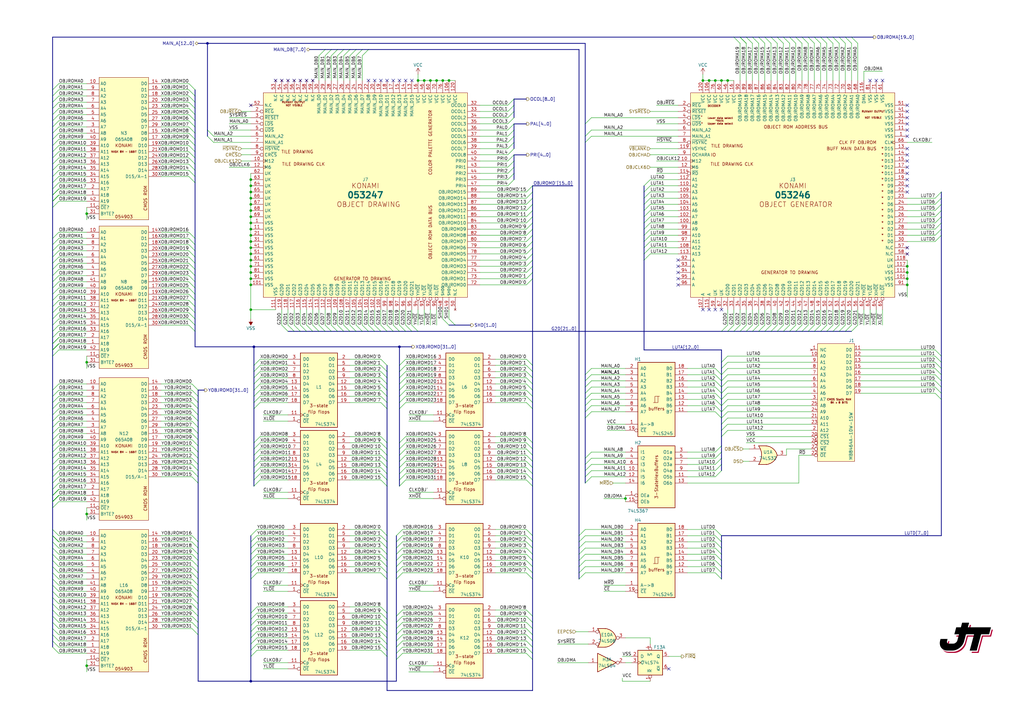
<source format=kicad_sch>
(kicad_sch (version 20230121) (generator eeschema)
  (paper "A3")
  (title_block (title "The Simpsons") (date "2023-08-01") (rev "José Tejada G.") (company "KONAMI PWB352346B GX072") (comment 1 "www.patreon.com/jotego") (comment 2 "Esperanza Triana") (comment 3 "JOTEGO"))
  (junction (at 102.87 88.9))
  (junction (at 35.56 87.63))
  (junction (at 85.09 17.78))
  (junction (at 181.61 33.02))
  (junction (at 372.11 114.3))
  (junction (at 102.87 101.6))
  (junction (at 102.87 116.84))
  (junction (at 176.53 33.02))
  (junction (at 372.11 116.84))
  (junction (at 35.56 210.82))
  (junction (at 102.87 127))
  (junction (at 102.87 104.14))
  (junction (at 102.87 78.74))
  (junction (at 179.07 33.02))
  (junction (at 35.56 148.59))
  (junction (at 102.87 83.82))
  (junction (at 372.11 111.76))
  (junction (at 256.54 204.47))
  (junction (at 102.87 109.22))
  (junction (at 184.15 33.02))
  (junction (at 102.87 81.28))
  (junction (at 102.87 96.52))
  (junction (at 104.14 142.24))
  (junction (at 102.87 111.76))
  (junction (at 102.87 106.68))
  (junction (at 102.87 99.06))
  (junction (at 102.87 86.36))
  (junction (at 102.87 279.4))
  (junction (at 295.91 33.02))
  (junction (at 35.56 273.05))
  (junction (at 288.29 33.02))
  (junction (at 102.87 76.2))
  (junction (at 102.87 73.66))
  (junction (at 102.87 93.98))
  (junction (at 173.99 33.02))
  (junction (at 298.45 33.02))
  (junction (at 290.83 33.02))
  (junction (at 171.45 33.02))
  (junction (at 102.87 114.3))
  (junction (at 102.87 91.44))
  (junction (at 372.11 109.22))
  (junction (at 293.37 33.02))
  (junction (at 163.83 142.24))
  (no_connect (at 372.11 48.26))
  (no_connect (at 278.13 106.68))
  (no_connect (at 295.91 127))
  (no_connect (at 372.11 78.74))
  (no_connect (at 168.91 33.02))
  (no_connect (at 372.11 71.12))
  (no_connect (at 372.11 73.66))
  (no_connect (at 372.11 101.6))
  (no_connect (at 158.75 33.02))
  (no_connect (at 278.13 111.76))
  (no_connect (at 156.21 33.02))
  (no_connect (at 161.29 33.02))
  (no_connect (at 372.11 60.96))
  (no_connect (at 372.11 53.34))
  (no_connect (at 153.67 33.02))
  (no_connect (at 115.57 33.02))
  (no_connect (at 372.11 66.04))
  (no_connect (at 274.32 274.32))
  (no_connect (at 125.73 33.02))
  (no_connect (at 372.11 55.88))
  (no_connect (at 278.13 114.3))
  (no_connect (at 356.87 33.02))
  (no_connect (at 372.11 45.72))
  (no_connect (at 288.29 127))
  (no_connect (at 359.41 33.02))
  (no_connect (at 118.11 33.02))
  (no_connect (at 290.83 127))
  (no_connect (at 278.13 116.84))
  (no_connect (at 151.13 33.02))
  (no_connect (at 120.65 33.02))
  (no_connect (at 166.37 33.02))
  (no_connect (at 113.03 33.02))
  (no_connect (at 372.11 104.14))
  (no_connect (at 361.95 33.02))
  (no_connect (at 163.83 33.02))
  (no_connect (at 102.87 43.18))
  (no_connect (at 372.11 68.58))
  (no_connect (at 372.11 63.5))
  (no_connect (at 123.19 33.02))
  (no_connect (at 372.11 76.2))
  (no_connect (at 128.27 33.02))
  (no_connect (at 372.11 50.8))
  (no_connect (at 293.37 127))
  (no_connect (at 372.11 43.18))
  (no_connect (at 278.13 109.22))
  (bus_entry (at 383.54 143.51) (size 2.54 2.54))
  (bus_entry (at 293.37 229.87) (size 2.54 2.54))
  (bus_entry (at 77.47 118.11) (size 2.54 2.54))
  (bus_entry (at 21.59 80.01) (size 2.54 -2.54))
  (bus_entry (at 215.9 106.68) (size 2.54 -2.54))
  (bus_entry (at 266.7 76.2) (size -2.54 2.54))
  (bus_entry (at 156.21 181.61) (size 2.54 2.54))
  (bus_entry (at 156.21 147.32) (size 2.54 2.54))
  (bus_entry (at 78.74 190.5) (size 2.54 2.54))
  (bus_entry (at 156.21 184.15) (size 2.54 2.54))
  (bus_entry (at 215.9 83.82) (size 2.54 -2.54))
  (bus_entry (at 21.59 232.41) (size 2.54 2.54))
  (bus_entry (at 166.37 157.48) (size -2.54 2.54))
  (bus_entry (at 215.9 101.6) (size 2.54 -2.54))
  (bus_entry (at 321.31 135.89) (size 2.54 -2.54))
  (bus_entry (at 106.68 191.77) (size -2.54 2.54))
  (bus_entry (at 165.1 217.17) (size -2.54 2.54))
  (bus_entry (at 105.41 227.33) (size -2.54 2.54))
  (bus_entry (at 156.21 186.69) (size 2.54 2.54))
  (bus_entry (at 77.47 59.69) (size 2.54 2.54))
  (bus_entry (at 293.37 158.75) (size 2.54 2.54))
  (bus_entry (at 77.47 125.73) (size 2.54 2.54))
  (bus_entry (at 156.21 133.35) (size 2.54 2.54))
  (bus_entry (at 77.47 72.39) (size 2.54 2.54))
  (bus_entry (at 105.41 251.46) (size -2.54 2.54))
  (bus_entry (at 266.7 81.28) (size -2.54 2.54))
  (bus_entry (at 323.85 15.24) (size 2.54 2.54))
  (bus_entry (at 215.9 165.1) (size 2.54 2.54))
  (bus_entry (at 339.09 15.24) (size 2.54 2.54))
  (bus_entry (at 215.9 157.48) (size 2.54 2.54))
  (bus_entry (at 156.21 162.56) (size 2.54 2.54))
  (bus_entry (at 300.99 15.24) (size 2.54 2.54))
  (bus_entry (at 21.59 262.89) (size 2.54 2.54))
  (bus_entry (at 21.59 107.95) (size 2.54 -2.54))
  (bus_entry (at 215.9 109.22) (size 2.54 -2.54))
  (bus_entry (at 105.41 266.7) (size -2.54 2.54))
  (bus_entry (at 331.47 15.24) (size 2.54 2.54))
  (bus_entry (at 215.9 154.94) (size 2.54 2.54))
  (bus_entry (at 78.74 182.88) (size 2.54 2.54))
  (bus_entry (at 21.59 160.02) (size 2.54 -2.54))
  (bus_entry (at 78.74 227.33) (size 2.54 2.54))
  (bus_entry (at 208.28 48.26) (size 2.54 -2.54))
  (bus_entry (at 156.21 224.79) (size 2.54 2.54))
  (bus_entry (at 300.99 135.89) (size 2.54 -2.54))
  (bus_entry (at 208.28 50.8) (size 2.54 -2.54))
  (bus_entry (at 106.68 152.4) (size -2.54 2.54))
  (bus_entry (at 383.54 148.59) (size 2.54 2.54))
  (bus_entry (at 240.03 156.21) (size 2.54 -2.54))
  (bus_entry (at 336.55 15.24) (size 2.54 2.54))
  (bus_entry (at 21.59 140.97) (size 2.54 -2.54))
  (bus_entry (at 215.9 104.14) (size 2.54 -2.54))
  (bus_entry (at 166.37 147.32) (size -2.54 2.54))
  (bus_entry (at 133.35 133.35) (size 2.54 2.54))
  (bus_entry (at 266.7 99.06) (size -2.54 2.54))
  (bus_entry (at 308.61 135.89) (size 2.54 -2.54))
  (bus_entry (at 240.03 153.67) (size 2.54 -2.54))
  (bus_entry (at 311.15 135.89) (size 2.54 -2.54))
  (bus_entry (at 21.59 193.04) (size 2.54 -2.54))
  (bus_entry (at 21.59 128.27) (size 2.54 -2.54))
  (bus_entry (at 77.47 97.79) (size 2.54 2.54))
  (bus_entry (at 138.43 133.35) (size 2.54 2.54))
  (bus_entry (at 146.05 133.35) (size 2.54 2.54))
  (bus_entry (at 21.59 62.23) (size 2.54 -2.54))
  (bus_entry (at 383.54 93.98) (size 2.54 -2.54))
  (bus_entry (at 21.59 52.07) (size 2.54 -2.54))
  (bus_entry (at 78.74 240.03) (size 2.54 2.54))
  (bus_entry (at 156.21 229.87) (size 2.54 2.54))
  (bus_entry (at 105.41 248.92) (size -2.54 2.54))
  (bus_entry (at 298.45 161.29) (size -2.54 2.54))
  (bus_entry (at 208.28 63.5) (size 2.54 -2.54))
  (bus_entry (at 21.59 165.1) (size 2.54 -2.54))
  (bus_entry (at 210.82 73.66) (size -2.54 2.54))
  (bus_entry (at 138.43 20.32) (size -2.54 2.54))
  (bus_entry (at 21.59 46.99) (size 2.54 -2.54))
  (bus_entry (at 156.21 254) (size 2.54 2.54))
  (bus_entry (at 77.47 64.77) (size 2.54 2.54))
  (bus_entry (at 165.1 257.81) (size -2.54 2.54))
  (bus_entry (at 215.9 78.74) (size 2.54 -2.54))
  (bus_entry (at 24.13 267.97) (size -2.54 -2.54))
  (bus_entry (at 106.68 196.85) (size -2.54 2.54))
  (bus_entry (at 344.17 15.24) (size 2.54 2.54))
  (bus_entry (at 293.37 187.96) (size 2.54 -2.54))
  (bus_entry (at 295.91 135.89) (size 2.54 -2.54))
  (bus_entry (at 215.9 116.84) (size 2.54 -2.54))
  (bus_entry (at 140.97 133.35) (size 2.54 2.54))
  (bus_entry (at 21.59 138.43) (size 2.54 -2.54))
  (bus_entry (at 106.68 194.31) (size -2.54 2.54))
  (bus_entry (at 240.03 190.5) (size 2.54 -2.54))
  (bus_entry (at 78.74 170.18) (size 2.54 2.54))
  (bus_entry (at 21.59 115.57) (size 2.54 -2.54))
  (bus_entry (at 237.49 232.41) (size 2.54 -2.54))
  (bus_entry (at 21.59 227.33) (size 2.54 2.54))
  (bus_entry (at 21.59 229.87) (size 2.54 2.54))
  (bus_entry (at 21.59 217.17) (size 2.54 2.54))
  (bus_entry (at 331.47 135.89) (size 2.54 -2.54))
  (bus_entry (at 106.68 186.69) (size -2.54 2.54))
  (bus_entry (at 326.39 15.24) (size 2.54 2.54))
  (bus_entry (at 156.21 248.92) (size 2.54 2.54))
  (bus_entry (at 165.1 219.71) (size -2.54 2.54))
  (bus_entry (at 166.37 160.02) (size -2.54 2.54))
  (bus_entry (at 266.7 93.98) (size -2.54 2.54))
  (bus_entry (at 215.9 147.32) (size 2.54 2.54))
  (bus_entry (at 77.47 36.83) (size 2.54 2.54))
  (bus_entry (at 293.37 195.58) (size 2.54 -2.54))
  (bus_entry (at 240.03 58.42) (size 2.54 -2.54))
  (bus_entry (at 215.9 111.76) (size 2.54 -2.54))
  (bus_entry (at 298.45 135.89) (size 2.54 -2.54))
  (bus_entry (at 349.25 15.24) (size 2.54 2.54))
  (bus_entry (at 156.21 189.23) (size 2.54 2.54))
  (bus_entry (at 21.59 143.51) (size 2.54 -2.54))
  (bus_entry (at 156.21 266.7) (size 2.54 2.54))
  (bus_entry (at 21.59 41.91) (size 2.54 -2.54))
  (bus_entry (at 339.09 135.89) (size 2.54 -2.54))
  (bus_entry (at 128.27 133.35) (size 2.54 2.54))
  (bus_entry (at 156.21 259.08) (size 2.54 2.54))
  (bus_entry (at 21.59 36.83) (size 2.54 -2.54))
  (bus_entry (at 77.47 44.45) (size 2.54 2.54))
  (bus_entry (at 21.59 59.69) (size 2.54 -2.54))
  (bus_entry (at 21.59 133.35) (size 2.54 -2.54))
  (bus_entry (at 383.54 86.36) (size 2.54 -2.54))
  (bus_entry (at 161.29 133.35) (size 2.54 2.54))
  (bus_entry (at 215.9 186.69) (size 2.54 2.54))
  (bus_entry (at 106.68 179.07) (size -2.54 2.54))
  (bus_entry (at 105.41 217.17) (size -2.54 2.54))
  (bus_entry (at 266.7 73.66) (size -2.54 2.54))
  (bus_entry (at 293.37 185.42) (size 2.54 -2.54))
  (bus_entry (at 78.74 165.1) (size 2.54 2.54))
  (bus_entry (at 148.59 133.35) (size 2.54 2.54))
  (bus_entry (at 215.9 81.28) (size 2.54 -2.54))
  (bus_entry (at 166.37 189.23) (size -2.54 2.54))
  (bus_entry (at 105.41 219.71) (size -2.54 2.54))
  (bus_entry (at 21.59 182.88) (size 2.54 -2.54))
  (bus_entry (at 156.21 196.85) (size 2.54 2.54))
  (bus_entry (at 293.37 219.71) (size 2.54 2.54))
  (bus_entry (at 215.9 196.85) (size 2.54 2.54))
  (bus_entry (at 156.21 264.16) (size 2.54 2.54))
  (bus_entry (at 156.21 157.48) (size 2.54 2.54))
  (bus_entry (at 21.59 85.09) (size 2.54 -2.54))
  (bus_entry (at 156.21 194.31) (size 2.54 2.54))
  (bus_entry (at 383.54 158.75) (size 2.54 2.54))
  (bus_entry (at 21.59 260.35) (size 2.54 2.54))
  (bus_entry (at 143.51 133.35) (size 2.54 2.54))
  (bus_entry (at 21.59 222.25) (size 2.54 2.54))
  (bus_entry (at 156.21 234.95) (size 2.54 2.54))
  (bus_entry (at 21.59 120.65) (size 2.54 -2.54))
  (bus_entry (at 77.47 128.27) (size 2.54 2.54))
  (bus_entry (at 208.28 53.34) (size 2.54 -2.54))
  (bus_entry (at 21.59 203.2) (size 2.54 -2.54))
  (bus_entry (at 293.37 222.25) (size 2.54 2.54))
  (bus_entry (at 156.21 149.86) (size 2.54 2.54))
  (bus_entry (at 106.68 184.15) (size -2.54 2.54))
  (bus_entry (at 334.01 135.89) (size 2.54 -2.54))
  (bus_entry (at 318.77 15.24) (size 2.54 2.54))
  (bus_entry (at 21.59 203.2) (size 2.54 -2.54))
  (bus_entry (at 120.65 133.35) (size 2.54 2.54))
  (bus_entry (at 78.74 177.8) (size 2.54 2.54))
  (bus_entry (at 115.57 133.35) (size 2.54 2.54))
  (bus_entry (at 133.35 20.32) (size -2.54 2.54))
  (bus_entry (at 156.21 217.17) (size 2.54 2.54))
  (bus_entry (at 78.74 257.81) (size 2.54 2.54))
  (bus_entry (at 21.59 205.74) (size 2.54 -2.54))
  (bus_entry (at 156.21 256.54) (size 2.54 2.54))
  (bus_entry (at 78.74 180.34) (size 2.54 2.54))
  (bus_entry (at 293.37 224.79) (size 2.54 2.54))
  (bus_entry (at 293.37 193.04) (size 2.54 -2.54))
  (bus_entry (at 156.21 219.71) (size 2.54 2.54))
  (bus_entry (at 215.9 222.25) (size 2.54 2.54))
  (bus_entry (at 156.21 191.77) (size 2.54 2.54))
  (bus_entry (at 78.74 252.73) (size 2.54 2.54))
  (bus_entry (at 156.21 160.02) (size 2.54 2.54))
  (bus_entry (at 21.59 219.71) (size 2.54 2.54))
  (bus_entry (at 208.28 58.42) (size 2.54 -2.54))
  (bus_entry (at 105.41 256.54) (size -2.54 2.54))
  (bus_entry (at 21.59 205.74) (size 2.54 -2.54))
  (bus_entry (at 215.9 267.97) (size 2.54 2.54))
  (bus_entry (at 383.54 88.9) (size 2.54 -2.54))
  (bus_entry (at 383.54 83.82) (size 2.54 -2.54))
  (bus_entry (at 240.03 168.91) (size 2.54 -2.54))
  (bus_entry (at 266.7 78.74) (size -2.54 2.54))
  (bus_entry (at 240.03 50.8) (size 2.54 -2.54))
  (bus_entry (at 130.81 133.35) (size 2.54 2.54))
  (bus_entry (at 106.68 147.32) (size -2.54 2.54))
  (bus_entry (at 293.37 151.13) (size 2.54 2.54))
  (bus_entry (at 298.45 156.21) (size -2.54 2.54))
  (bus_entry (at 208.28 45.72) (size 2.54 -2.54))
  (bus_entry (at 158.75 133.35) (size 2.54 2.54))
  (bus_entry (at 168.91 133.35) (size 2.54 2.54))
  (bus_entry (at 21.59 140.97) (size 2.54 -2.54))
  (bus_entry (at 165.1 255.27) (size -2.54 2.54))
  (bus_entry (at 21.59 219.71) (size 2.54 2.54))
  (bus_entry (at 106.68 149.86) (size -2.54 2.54))
  (bus_entry (at 326.39 135.89) (size 2.54 -2.54))
  (bus_entry (at 240.03 161.29) (size 2.54 -2.54))
  (bus_entry (at 298.45 168.91) (size -2.54 2.54))
  (bus_entry (at 266.7 104.14) (size -2.54 2.54))
  (bus_entry (at 148.59 20.32) (size -2.54 2.54))
  (bus_entry (at 156.21 165.1) (size 2.54 2.54))
  (bus_entry (at 166.37 186.69) (size -2.54 2.54))
  (bus_entry (at 143.51 20.32) (size -2.54 2.54))
  (bus_entry (at 85.09 53.34) (size 2.54 2.54))
  (bus_entry (at 383.54 153.67) (size 2.54 2.54))
  (bus_entry (at 21.59 205.74) (size 2.54 -2.54))
  (bus_entry (at 336.55 135.89) (size 2.54 -2.54))
  (bus_entry (at 77.47 120.65) (size 2.54 2.54))
  (bus_entry (at 21.59 143.51) (size 2.54 -2.54))
  (bus_entry (at 78.74 175.26) (size 2.54 2.54))
  (bus_entry (at 215.9 91.44) (size 2.54 -2.54))
  (bus_entry (at 105.41 234.95) (size -2.54 2.54))
  (bus_entry (at 21.59 237.49) (size 2.54 2.54))
  (bus_entry (at 105.41 261.62) (size -2.54 2.54))
  (bus_entry (at 21.59 175.26) (size 2.54 -2.54))
  (bus_entry (at 21.59 205.74) (size 2.54 -2.54))
  (bus_entry (at 21.59 257.81) (size 2.54 2.54))
  (bus_entry (at 105.41 264.16) (size -2.54 2.54))
  (bus_entry (at 208.28 55.88) (size 2.54 -2.54))
  (bus_entry (at 21.59 67.31) (size 2.54 -2.54))
  (bus_entry (at 21.59 143.51) (size 2.54 -2.54))
  (bus_entry (at 21.59 69.85) (size 2.54 -2.54))
  (bus_entry (at 184.15 130.81) (size 2.54 2.54))
  (bus_entry (at 21.59 240.03) (size 2.54 2.54))
  (bus_entry (at 165.1 229.87) (size -2.54 2.54))
  (bus_entry (at 21.59 110.49) (size 2.54 -2.54))
  (bus_entry (at 215.9 179.07) (size 2.54 2.54))
  (bus_entry (at 77.47 110.49) (size 2.54 2.54))
  (bus_entry (at 166.37 133.35) (size 2.54 2.54))
  (bus_entry (at 77.47 105.41) (size 2.54 2.54))
  (bus_entry (at 21.59 49.53) (size 2.54 -2.54))
  (bus_entry (at 21.59 118.11) (size 2.54 -2.54))
  (bus_entry (at 21.59 185.42) (size 2.54 -2.54))
  (bus_entry (at 156.21 152.4) (size 2.54 2.54))
  (bus_entry (at 266.7 101.6) (size -2.54 2.54))
  (bus_entry (at 383.54 161.29) (size 2.54 2.54))
  (bus_entry (at 240.03 193.04) (size 2.54 -2.54))
  (bus_entry (at 77.47 41.91) (size 2.54 2.54))
  (bus_entry (at 341.63 15.24) (size 2.54 2.54))
  (bus_entry (at 165.1 224.79) (size -2.54 2.54))
  (bus_entry (at 106.68 154.94) (size -2.54 2.54))
  (bus_entry (at 237.49 227.33) (size 2.54 -2.54))
  (bus_entry (at 166.37 152.4) (size -2.54 2.54))
  (bus_entry (at 210.82 66.04) (size -2.54 2.54))
  (bus_entry (at 166.37 154.94) (size -2.54 2.54))
  (bus_entry (at 298.45 151.13) (size -2.54 2.54))
  (bus_entry (at 346.71 135.89) (size 2.54 -2.54))
  (bus_entry (at 78.74 232.41) (size 2.54 2.54))
  (bus_entry (at 77.47 57.15) (size 2.54 2.54))
  (bus_entry (at 21.59 200.66) (size 2.54 -2.54))
  (bus_entry (at 298.45 171.45) (size -2.54 2.54))
  (bus_entry (at 77.47 130.81) (size 2.54 2.54))
  (bus_entry (at 105.41 232.41) (size -2.54 2.54))
  (bus_entry (at 383.54 146.05) (size 2.54 2.54))
  (bus_entry (at 328.93 15.24) (size 2.54 2.54))
  (bus_entry (at 306.07 135.89) (size 2.54 -2.54))
  (bus_entry (at 215.9 260.35) (size 2.54 2.54))
  (bus_entry (at 77.47 52.07) (size 2.54 2.54))
  (bus_entry (at 240.03 55.88) (size 2.54 -2.54))
  (bus_entry (at 266.7 83.82) (size -2.54 2.54))
  (bus_entry (at 156.21 154.94) (size 2.54 2.54))
  (bus_entry (at 78.74 245.11) (size 2.54 2.54))
  (bus_entry (at 237.49 234.95) (size 2.54 -2.54))
  (bus_entry (at 78.74 229.87) (size 2.54 2.54))
  (bus_entry (at 293.37 166.37) (size 2.54 2.54))
  (bus_entry (at 166.37 194.31) (size -2.54 2.54))
  (bus_entry (at 215.9 194.31) (size 2.54 2.54))
  (bus_entry (at 21.59 82.55) (size 2.54 -2.54))
  (bus_entry (at 215.9 219.71) (size 2.54 2.54))
  (bus_entry (at 123.19 133.35) (size 2.54 2.54))
  (bus_entry (at 240.03 195.58) (size 2.54 -2.54))
  (bus_entry (at 166.37 181.61) (size -2.54 2.54))
  (bus_entry (at 21.59 100.33) (size 2.54 -2.54))
  (bus_entry (at 215.9 86.36) (size 2.54 -2.54))
  (bus_entry (at 21.59 187.96) (size 2.54 -2.54))
  (bus_entry (at 165.1 252.73) (size -2.54 2.54))
  (bus_entry (at 78.74 247.65) (size 2.54 2.54))
  (bus_entry (at 215.9 149.86) (size 2.54 2.54))
  (bus_entry (at 21.59 74.93) (size 2.54 -2.54))
  (bus_entry (at 77.47 54.61) (size 2.54 2.54))
  (bus_entry (at 78.74 172.72) (size 2.54 2.54))
  (bus_entry (at 215.9 191.77) (size 2.54 2.54))
  (bus_entry (at 166.37 191.77) (size -2.54 2.54))
  (bus_entry (at 156.21 179.07) (size 2.54 2.54))
  (bus_entry (at 105.41 259.08) (size -2.54 2.54))
  (bus_entry (at 266.7 86.36) (size -2.54 2.54))
  (bus_entry (at 240.03 158.75) (size 2.54 -2.54))
  (bus_entry (at 383.54 156.21) (size 2.54 2.54))
  (bus_entry (at 210.82 68.58) (size -2.54 2.54))
  (bus_entry (at 383.54 151.13) (size 2.54 2.54))
  (bus_entry (at 21.59 252.73) (size 2.54 2.54))
  (bus_entry (at 298.45 153.67) (size -2.54 2.54))
  (bus_entry (at 215.9 227.33) (size 2.54 2.54))
  (bus_entry (at 21.59 105.41) (size 2.54 -2.54))
  (bus_entry (at 240.03 171.45) (size 2.54 -2.54))
  (bus_entry (at 105.41 222.25) (size -2.54 2.54))
  (bus_entry (at 313.69 15.24) (size 2.54 2.54))
  (bus_entry (at 106.68 189.23) (size -2.54 2.54))
  (bus_entry (at 77.47 100.33) (size 2.54 2.54))
  (bus_entry (at 78.74 219.71) (size 2.54 2.54))
  (bus_entry (at 210.82 71.12) (size -2.54 2.54))
  (bus_entry (at 240.03 198.12) (size 2.54 -2.54))
  (bus_entry (at 383.54 91.44) (size 2.54 -2.54))
  (bus_entry (at 349.25 135.89) (size 2.54 -2.54))
  (bus_entry (at 21.59 224.79) (size 2.54 2.54))
  (bus_entry (at 316.23 135.89) (size 2.54 -2.54))
  (bus_entry (at 77.47 113.03) (size 2.54 2.54))
  (bus_entry (at 21.59 57.15) (size 2.54 -2.54))
  (bus_entry (at 78.74 242.57) (size 2.54 2.54))
  (bus_entry (at 215.9 189.23) (size 2.54 2.54))
  (bus_entry (at 210.82 63.5) (size -2.54 2.54))
  (bus_entry (at 215.9 93.98) (size 2.54 -2.54))
  (bus_entry (at 77.47 133.35) (size 2.54 2.54))
  (bus_entry (at 383.54 99.06) (size 2.54 -2.54))
  (bus_entry (at 303.53 135.89) (size 2.54 -2.54))
  (bus_entry (at 298.45 173.99) (size -2.54 2.54))
  (bus_entry (at 165.1 222.25) (size -2.54 2.54))
  (bus_entry (at 77.47 49.53) (size 2.54 2.54))
  (bus_entry (at 78.74 187.96) (size 2.54 2.54))
  (bus_entry (at 208.28 60.96) (size 2.54 -2.54))
  (bus_entry (at 156.21 251.46) (size 2.54 2.54))
  (bus_entry (at 293.37 234.95) (size 2.54 2.54))
  (bus_entry (at 308.61 15.24) (size 2.54 2.54))
  (bus_entry (at 78.74 160.02) (size 2.54 2.54))
  (bus_entry (at 165.1 227.33) (size -2.54 2.54))
  (bus_entry (at 21.59 190.5) (size 2.54 -2.54))
  (bus_entry (at 21.59 143.51) (size 2.54 -2.54))
  (bus_entry (at 215.9 99.06) (size 2.54 -2.54))
  (bus_entry (at 303.53 15.24) (size 2.54 2.54))
  (bus_entry (at 78.74 157.48) (size 2.54 2.54))
  (bus_entry (at 140.97 20.32) (size -2.54 2.54))
  (bus_entry (at 77.47 95.25) (size 2.54 2.54))
  (bus_entry (at 298.45 166.37) (size -2.54 2.54))
  (bus_entry (at 77.47 39.37) (size 2.54 2.54))
  (bus_entry (at 215.9 262.89) (size 2.54 2.54))
  (bus_entry (at 334.01 15.24) (size 2.54 2.54))
  (bus_entry (at 78.74 195.58) (size 2.54 2.54))
  (bus_entry (at 293.37 168.91) (size 2.54 2.54))
  (bus_entry (at 215.9 114.3) (size 2.54 -2.54))
  (bus_entry (at 313.69 135.89) (size 2.54 -2.54))
  (bus_entry (at 21.59 146.05) (size 2.54 -2.54))
  (bus_entry (at 293.37 232.41) (size 2.54 2.54))
  (bus_entry (at 156.21 227.33) (size 2.54 2.54))
  (bus_entry (at 21.59 113.03) (size 2.54 -2.54))
  (bus_entry (at 166.37 149.86) (size -2.54 2.54))
  (bus_entry (at 106.68 160.02) (size -2.54 2.54))
  (bus_entry (at 240.03 187.96) (size 2.54 -2.54))
  (bus_entry (at 240.03 163.83) (size 2.54 -2.54))
  (bus_entry (at 318.77 135.89) (size 2.54 -2.54))
  (bus_entry (at 118.11 133.35) (size 2.54 2.54))
  (bus_entry (at 215.9 252.73) (size 2.54 2.54))
  (bus_entry (at 21.59 39.37) (size 2.54 -2.54))
  (bus_entry (at 293.37 217.17) (size 2.54 2.54))
  (bus_entry (at 293.37 161.29) (size 2.54 2.54))
  (bus_entry (at 21.59 198.12) (size 2.54 -2.54))
  (bus_entry (at 165.1 267.97) (size -2.54 2.54))
  (bus_entry (at 166.37 165.1) (size -2.54 2.54))
  (bus_entry (at 105.41 254) (size -2.54 2.54))
  (bus_entry (at 78.74 237.49) (size 2.54 2.54))
  (bus_entry (at 21.59 177.8) (size 2.54 -2.54))
  (bus_entry (at 266.7 91.44) (size -2.54 2.54))
  (bus_entry (at 165.1 260.35) (size -2.54 2.54))
  (bus_entry (at 208.28 43.18) (size 2.54 -2.54))
  (bus_entry (at 21.59 203.2) (size 2.54 -2.54))
  (bus_entry (at 215.9 152.4) (size 2.54 2.54))
  (bus_entry (at 293.37 227.33) (size 2.54 2.54))
  (bus_entry (at 106.68 162.56) (size -2.54 2.54))
  (bus_entry (at 383.54 81.28) (size 2.54 -2.54))
  (bus_entry (at 165.1 232.41) (size -2.54 2.54))
  (bus_entry (at 293.37 153.67) (size 2.54 2.54))
  (bus_entry (at 237.49 237.49) (size 2.54 -2.54))
  (bus_entry (at 153.67 133.35) (size 2.54 2.54))
  (bus_entry (at 77.47 102.87) (size 2.54 2.54))
  (bus_entry (at 21.59 44.45) (size 2.54 -2.54))
  (bus_entry (at 146.05 20.32) (size -2.54 2.54))
  (bus_entry (at 106.68 165.1) (size -2.54 2.54))
  (bus_entry (at 240.03 166.37) (size 2.54 -2.54))
  (bus_entry (at 165.1 250.19) (size -2.54 2.54))
  (bus_entry (at 316.23 15.24) (size 2.54 2.54))
  (bus_entry (at 21.59 82.55) (size 2.54 -2.54))
  (bus_entry (at 21.59 102.87) (size 2.54 -2.54))
  (bus_entry (at 303.53 15.24) (size 2.54 2.54))
  (bus_entry (at 215.9 224.79) (size 2.54 2.54))
  (bus_entry (at 21.59 54.61) (size 2.54 -2.54))
  (bus_entry (at 21.59 242.57) (size 2.54 2.54))
  (bus_entry (at 21.59 247.65) (size 2.54 2.54))
  (bus_entry (at 166.37 179.07) (size -2.54 2.54))
  (bus_entry (at 21.59 245.11) (size 2.54 2.54))
  (bus_entry (at 298.45 146.05) (size -2.54 2.54))
  (bus_entry (at 341.63 135.89) (size 2.54 -2.54))
  (bus_entry (at 78.74 224.79) (size 2.54 2.54))
  (bus_entry (at 166.37 184.15) (size -2.54 2.54))
  (bus_entry (at 21.59 80.01) (size 2.54 -2.54))
  (bus_entry (at 21.59 125.73) (size 2.54 -2.54))
  (bus_entry (at 293.37 163.83) (size 2.54 2.54))
  (bus_entry (at 21.59 77.47) (size 2.54 -2.54))
  (bus_entry (at 21.59 255.27) (size 2.54 2.54))
  (bus_entry (at 215.9 250.19) (size 2.54 2.54))
  (bus_entry (at 21.59 250.19) (size 2.54 2.54))
  (bus_entry (at 21.59 72.39) (size 2.54 -2.54))
  (bus_entry (at 78.74 234.95) (size 2.54 2.54))
  (bus_entry (at 21.59 82.55) (size 2.54 -2.54))
  (bus_entry (at 78.74 162.56) (size 2.54 2.54))
  (bus_entry (at 135.89 20.32) (size -2.54 2.54))
  (bus_entry (at 78.74 167.64) (size 2.54 2.54))
  (bus_entry (at 165.1 265.43) (size -2.54 2.54))
  (bus_entry (at 215.9 96.52) (size 2.54 -2.54))
  (bus_entry (at 215.9 232.41) (size 2.54 2.54))
  (bus_entry (at 105.41 224.79) (size -2.54 2.54))
  (bus_entry (at 266.7 96.52) (size -2.54 2.54))
  (bus_entry (at 77.47 107.95) (size 2.54 2.54))
  (bus_entry (at 165.1 262.89) (size -2.54 2.54))
  (bus_entry (at 21.59 195.58) (size 2.54 -2.54))
  (bus_entry (at 85.09 55.88) (size 2.54 2.54))
  (bus_entry (at 135.89 133.35) (size 2.54 2.54))
  (bus_entry (at 346.71 15.24) (size 2.54 2.54))
  (bus_entry (at 21.59 170.18) (size 2.54 -2.54))
  (bus_entry (at 383.54 96.52) (size 2.54 -2.54))
  (bus_entry (at 21.59 180.34) (size 2.54 -2.54))
  (bus_entry (at 215.9 229.87) (size 2.54 2.54))
  (bus_entry (at 215.9 160.02) (size 2.54 2.54))
  (bus_entry (at 77.47 46.99) (size 2.54 2.54))
  (bus_entry (at 106.68 181.61) (size -2.54 2.54))
  (bus_entry (at 181.61 130.81) (size 2.54 2.54))
  (bus_entry (at 21.59 205.74) (size 2.54 -2.54))
  (bus_entry (at 77.47 69.85) (size 2.54 2.54))
  (bus_entry (at 21.59 167.64) (size 2.54 -2.54))
  (bus_entry (at 21.59 219.71) (size 2.54 2.54))
  (bus_entry (at 21.59 234.95) (size 2.54 2.54))
  (bus_entry (at 106.68 157.48) (size -2.54 2.54))
  (bus_entry (at 151.13 133.35) (size 2.54 2.54))
  (bus_entry (at 21.59 130.81) (size 2.54 -2.54))
  (bus_entry (at 293.37 190.5) (size 2.54 -2.54))
  (bus_entry (at 215.9 184.15) (size 2.54 2.54))
  (bus_entry (at 237.49 224.79) (size 2.54 -2.54))
  (bus_entry (at 21.59 123.19) (size 2.54 -2.54))
  (bus_entry (at 21.59 172.72) (size 2.54 -2.54))
  (bus_entry (at 266.7 88.9) (size -2.54 2.54))
  (bus_entry (at 163.83 133.35) (size 2.54 2.54))
  (bus_entry (at 298.45 158.75) (size -2.54 2.54))
  (bus_entry (at 21.59 208.28) (size 2.54 -2.54))
  (bus_entry (at 77.47 123.19) (size 2.54 2.54))
  (bus_entry (at 105.41 229.87) (size -2.54 2.54))
  (bus_entry (at 77.47 67.31) (size 2.54 2.54))
  (bus_entry (at 77.47 62.23) (size 2.54 2.54))
  (bus_entry (at 298.45 176.53) (size -2.54 2.54))
  (bus_entry (at 215.9 255.27) (size 2.54 2.54))
  (bus_entry (at 328.93 135.89) (size 2.54 -2.54))
  (bus_entry (at 215.9 234.95) (size 2.54 2.54))
  (bus_entry (at 237.49 219.71) (size 2.54 -2.54))
  (bus_entry (at 21.59 97.79) (size 2.54 -2.54))
  (bus_entry (at 215.9 217.17) (size 2.54 2.54))
  (bus_entry (at 78.74 185.42) (size 2.54 2.54))
  (bus_entry (at 215.9 181.61) (size 2.54 2.54))
  (bus_entry (at 156.21 222.25) (size 2.54 2.54))
  (bus_entry (at 78.74 193.04) (size 2.54 2.54))
  (bus_entry (at 166.37 196.85) (size -2.54 2.54))
  (bus_entry (at 215.9 265.43) (size 2.54 2.54))
  (bus_entry (at 298.45 163.83) (size -2.54 2.54))
  (bus_entry (at 306.07 15.24) (size 2.54 2.54))
  (bus_entry (at 21.59 64.77) (size 2.54 -2.54))
  (bus_entry (at 165.1 234.95) (size -2.54 2.54))
  (bus_entry (at 215.9 162.56) (size 2.54 2.54))
  (bus_entry (at 151.13 20.32) (size -2.54 2.54))
  (bus_entry (at 77.47 115.57) (size 2.54 2.54))
  (bus_entry (at 323.85 135.89) (size 2.54 -2.54))
  (bus_entry (at 77.47 34.29) (size 2.54 2.54))
  (bus_entry (at 237.49 229.87) (size 2.54 -2.54))
  (bus_entry (at 166.37 162.56) (size -2.54 2.54))
  (bus_entry (at 298.45 148.59) (size -2.54 2.54))
  (bus_entry (at 344.17 135.89) (size 2.54 -2.54))
  (bus_entry (at 21.59 162.56) (size 2.54 -2.54))
  (bus_entry (at 78.74 255.27) (size 2.54 2.54))
  (bus_entry (at 293.37 156.21) (size 2.54 2.54))
  (bus_entry (at 125.73 133.35) (size 2.54 2.54))
  (bus_entry (at 311.15 15.24) (size 2.54 2.54))
  (bus_entry (at 156.21 261.62) (size 2.54 2.54))
  (bus_entry (at 215.9 88.9) (size 2.54 -2.54))
  (bus_entry (at 78.74 250.19) (size 2.54 2.54))
  (bus_entry (at 78.74 222.25) (size 2.54 2.54))
  (bus_entry (at 21.59 135.89) (size 2.54 -2.54))
  (bus_entry (at 156.21 232.41) (size 2.54 2.54))
  (bus_entry (at 237.49 222.25) (size 2.54 -2.54))
  (bus_entry (at 321.31 15.24) (size 2.54 2.54))
  (bus_entry (at 215.9 257.81) (size 2.54 2.54))
  (wire (pts (xy 66.04 69.85) (xy 77.47 69.85)))
  (bus (pts (xy 21.59 64.77) (xy 21.59 67.31)))
  (bus (pts (xy 308.61 135.89) (xy 311.15 135.89)))
  (wire (pts (xy 107.95 274.32) (xy 118.11 274.32)))
  (bus (pts (xy 218.44 76.2) (xy 234.95 76.2)))
  (wire (pts (xy 247.65 240.03) (xy 256.54 240.03)))
  (wire (pts (xy 24.13 102.87) (xy 35.56 102.87)))
  (wire (pts (xy 306.07 127) (xy 306.07 133.35)))
  (wire (pts (xy 102.87 104.14) (xy 102.87 106.68)))
  (wire (pts (xy 66.04 242.57) (xy 78.74 242.57)))
  (bus (pts (xy 156.21 135.89) (xy 158.75 135.89)))
  (wire (pts (xy 177.8 232.41) (xy 165.1 232.41)))
  (wire (pts (xy 24.13 262.89) (xy 35.56 262.89)))
  (wire (pts (xy 177.8 267.97) (xy 165.1 267.97)))
  (bus (pts (xy 21.59 52.07) (xy 21.59 49.53)))
  (bus (pts (xy 168.91 135.89) (xy 171.45 135.89)))
  (bus (pts (xy 158.75 194.31) (xy 158.75 196.85)))
  (bus (pts (xy 218.44 224.79) (xy 218.44 227.33)))
  (wire (pts (xy 118.11 232.41) (xy 105.41 232.41)))
  (wire (pts (xy 173.99 33.02) (xy 176.53 33.02)))
  (wire (pts (xy 203.2 184.15) (xy 215.9 184.15)))
  (bus (pts (xy 102.87 279.4) (xy 162.56 279.4)))
  (wire (pts (xy 196.85 111.76) (xy 215.9 111.76)))
  (wire (pts (xy 167.64 172.72) (xy 177.8 172.72)))
  (bus (pts (xy 162.56 229.87) (xy 162.56 232.41)))
  (bus (pts (xy 386.08 96.52) (xy 386.08 146.05)))
  (wire (pts (xy 24.13 232.41) (xy 35.56 232.41)))
  (bus (pts (xy 138.43 20.32) (xy 140.97 20.32)))
  (bus (pts (xy 218.44 196.85) (xy 218.44 199.39)))
  (bus (pts (xy 168.91 142.24) (xy 163.83 142.24)))
  (bus (pts (xy 339.09 15.24) (xy 341.63 15.24)))
  (wire (pts (xy 93.98 68.58) (xy 102.87 68.58)))
  (wire (pts (xy 203.2 157.48) (xy 215.9 157.48)))
  (bus (pts (xy 81.28 180.34) (xy 81.28 182.88)))
  (wire (pts (xy 298.45 153.67) (xy 332.74 153.67)))
  (wire (pts (xy 143.51 147.32) (xy 156.21 147.32)))
  (wire (pts (xy 281.94 190.5) (xy 293.37 190.5)))
  (wire (pts (xy 143.51 165.1) (xy 156.21 165.1)))
  (wire (pts (xy 118.11 160.02) (xy 106.68 160.02)))
  (wire (pts (xy 24.13 260.35) (xy 35.56 260.35)))
  (bus (pts (xy 21.59 85.09) (xy 21.59 97.79)))
  (wire (pts (xy 66.04 128.27) (xy 77.47 128.27)))
  (wire (pts (xy 102.87 114.3) (xy 102.87 116.84)))
  (wire (pts (xy 278.13 96.52) (xy 266.7 96.52)))
  (bus (pts (xy 21.59 242.57) (xy 21.59 245.11)))
  (bus (pts (xy 158.75 165.1) (xy 158.75 167.64)))
  (wire (pts (xy 208.28 76.2) (xy 196.85 76.2)))
  (wire (pts (xy 66.04 113.03) (xy 77.47 113.03)))
  (bus (pts (xy 21.59 237.49) (xy 21.59 240.03)))
  (bus (pts (xy 318.77 135.89) (xy 321.31 135.89)))
  (wire (pts (xy 240.03 219.71) (xy 256.54 219.71)))
  (bus (pts (xy 21.59 187.96) (xy 21.59 190.5)))
  (bus (pts (xy 21.59 224.79) (xy 21.59 227.33)))
  (wire (pts (xy 240.03 227.33) (xy 256.54 227.33)))
  (wire (pts (xy 66.04 46.99) (xy 77.47 46.99)))
  (bus (pts (xy 218.44 255.27) (xy 218.44 257.81)))
  (bus (pts (xy 341.63 15.24) (xy 344.17 15.24)))
  (wire (pts (xy 177.8 189.23) (xy 166.37 189.23)))
  (wire (pts (xy 35.56 273.05) (xy 35.56 275.59)))
  (bus (pts (xy 308.61 15.24) (xy 311.15 15.24)))
  (wire (pts (xy 24.13 190.5) (xy 35.56 190.5)))
  (wire (pts (xy 93.98 53.34) (xy 102.87 53.34)))
  (bus (pts (xy 264.16 93.98) (xy 264.16 96.52)))
  (bus (pts (xy 162.56 222.25) (xy 162.56 224.79)))
  (bus (pts (xy 21.59 182.88) (xy 21.59 185.42)))
  (wire (pts (xy 372.11 99.06) (xy 383.54 99.06)))
  (bus (pts (xy 102.87 254) (xy 102.87 256.54)))
  (wire (pts (xy 102.87 127) (xy 113.03 127)))
  (bus (pts (xy 21.59 140.97) (xy 21.59 143.51)))
  (wire (pts (xy 66.04 120.65) (xy 77.47 120.65)))
  (bus (pts (xy 210.82 63.5) (xy 210.82 66.04)))
  (bus (pts (xy 158.75 266.7) (xy 158.75 269.24)))
  (wire (pts (xy 66.04 247.65) (xy 78.74 247.65)))
  (wire (pts (xy 266.7 279.4) (xy 255.27 279.4)))
  (wire (pts (xy 99.06 60.96) (xy 102.87 60.96)))
  (bus (pts (xy 81.28 260.35) (xy 81.28 279.4)))
  (bus (pts (xy 218.44 234.95) (xy 218.44 237.49)))
  (wire (pts (xy 66.04 52.07) (xy 77.47 52.07)))
  (bus (pts (xy 21.59 247.65) (xy 21.59 250.19)))
  (wire (pts (xy 256.54 204.47) (xy 256.54 205.74)))
  (wire (pts (xy 242.57 53.34) (xy 278.13 53.34)))
  (wire (pts (xy 208.28 66.04) (xy 196.85 66.04)))
  (wire (pts (xy 177.8 154.94) (xy 166.37 154.94)))
  (wire (pts (xy 236.22 259.08) (xy 241.3 259.08)))
  (bus (pts (xy 240.03 166.37) (xy 240.03 163.83)))
  (bus (pts (xy 80.01 57.15) (xy 80.01 59.69)))
  (wire (pts (xy 135.89 127) (xy 135.89 133.35)))
  (bus (pts (xy 300.99 15.24) (xy 303.53 15.24)))
  (bus (pts (xy 80.01 125.73) (xy 80.01 128.27)))
  (bus (pts (xy 264.16 78.74) (xy 264.16 81.28)))
  (bus (pts (xy 80.01 49.53) (xy 80.01 52.07)))
  (bus (pts (xy 316.23 135.89) (xy 318.77 135.89)))
  (wire (pts (xy 24.13 95.25) (xy 35.56 95.25)))
  (bus (pts (xy 21.59 200.66) (xy 21.59 203.2)))
  (wire (pts (xy 372.11 111.76) (xy 372.11 114.3)))
  (wire (pts (xy 24.13 64.77) (xy 35.56 64.77)))
  (wire (pts (xy 240.03 232.41) (xy 256.54 232.41)))
  (bus (pts (xy 218.44 78.74) (xy 218.44 81.28)))
  (wire (pts (xy 24.13 110.49) (xy 35.56 110.49)))
  (wire (pts (xy 274.32 269.24) (xy 279.4 269.24)))
  (wire (pts (xy 24.13 180.34) (xy 35.56 180.34)))
  (wire (pts (xy 177.8 260.35) (xy 165.1 260.35)))
  (bus (pts (xy 210.82 66.04) (xy 210.82 68.58)))
  (bus (pts (xy 21.59 107.95) (xy 21.59 110.49)))
  (bus (pts (xy 163.83 184.15) (xy 163.83 186.69)))
  (bus (pts (xy 163.83 157.48) (xy 163.83 160.02)))
  (wire (pts (xy 298.45 151.13) (xy 332.74 151.13)))
  (bus (pts (xy 218.44 91.44) (xy 218.44 93.98)))
  (wire (pts (xy 177.8 234.95) (xy 165.1 234.95)))
  (wire (pts (xy 196.85 96.52) (xy 215.9 96.52)))
  (wire (pts (xy 118.11 127) (xy 118.11 133.35)))
  (wire (pts (xy 247.65 204.47) (xy 256.54 204.47)))
  (wire (pts (xy 177.8 250.19) (xy 165.1 250.19)))
  (bus (pts (xy 386.08 163.83) (xy 386.08 219.71)))
  (bus (pts (xy 295.91 168.91) (xy 295.91 171.45)))
  (bus (pts (xy 218.44 165.1) (xy 218.44 167.64)))
  (wire (pts (xy 203.2 255.27) (xy 215.9 255.27)))
  (wire (pts (xy 181.61 33.02) (xy 184.15 33.02)))
  (wire (pts (xy 321.31 17.78) (xy 321.31 33.02)))
  (wire (pts (xy 143.51 261.62) (xy 156.21 261.62)))
  (wire (pts (xy 118.11 181.61) (xy 106.68 181.61)))
  (wire (pts (xy 177.8 255.27) (xy 165.1 255.27)))
  (wire (pts (xy 102.87 116.84) (xy 102.87 127)))
  (bus (pts (xy 264.16 83.82) (xy 264.16 86.36)))
  (bus (pts (xy 81.28 160.02) (xy 83.82 160.02)))
  (bus (pts (xy 210.82 50.8) (xy 210.82 53.34)))
  (wire (pts (xy 203.2 257.81) (xy 215.9 257.81)))
  (wire (pts (xy 203.2 267.97) (xy 215.9 267.97)))
  (wire (pts (xy 24.13 113.03) (xy 35.56 113.03)))
  (wire (pts (xy 177.8 184.15) (xy 166.37 184.15)))
  (wire (pts (xy 255.27 269.24) (xy 259.08 269.24)))
  (wire (pts (xy 203.2 191.77) (xy 215.9 191.77)))
  (bus (pts (xy 104.14 154.94) (xy 104.14 157.48)))
  (wire (pts (xy 298.45 163.83) (xy 332.74 163.83)))
  (wire (pts (xy 118.11 224.79) (xy 105.41 224.79)))
  (wire (pts (xy 118.11 256.54) (xy 105.41 256.54)))
  (wire (pts (xy 196.85 104.14) (xy 215.9 104.14)))
  (wire (pts (xy 177.8 186.69) (xy 166.37 186.69)))
  (bus (pts (xy 21.59 222.25) (xy 21.59 224.79)))
  (bus (pts (xy 264.16 143.51) (xy 295.91 143.51)))
  (bus (pts (xy 295.91 171.45) (xy 295.91 173.99)))
  (bus (pts (xy 102.87 232.41) (xy 102.87 234.95)))
  (wire (pts (xy 256.54 261.62) (xy 266.7 261.62)))
  (wire (pts (xy 143.51 179.07) (xy 156.21 179.07)))
  (wire (pts (xy 353.06 143.51) (xy 383.54 143.51)))
  (wire (pts (xy 266.7 104.14) (xy 278.13 104.14)))
  (wire (pts (xy 242.57 166.37) (xy 256.54 166.37)))
  (wire (pts (xy 35.56 146.05) (xy 35.56 148.59)))
  (wire (pts (xy 102.87 88.9) (xy 102.87 91.44)))
  (wire (pts (xy 66.04 182.88) (xy 78.74 182.88)))
  (bus (pts (xy 102.87 251.46) (xy 102.87 254)))
  (wire (pts (xy 281.94 198.12) (xy 327.66 198.12)))
  (wire (pts (xy 118.11 227.33) (xy 105.41 227.33)))
  (wire (pts (xy 115.57 127) (xy 115.57 133.35)))
  (wire (pts (xy 87.63 58.42) (xy 102.87 58.42)))
  (wire (pts (xy 143.51 248.92) (xy 156.21 248.92)))
  (bus (pts (xy 102.87 261.62) (xy 102.87 264.16)))
  (wire (pts (xy 203.2 262.89) (xy 215.9 262.89)))
  (wire (pts (xy 242.57 168.91) (xy 256.54 168.91)))
  (wire (pts (xy 372.11 114.3) (xy 372.11 116.84)))
  (wire (pts (xy 66.04 44.45) (xy 77.47 44.45)))
  (wire (pts (xy 102.87 99.06) (xy 102.87 101.6)))
  (wire (pts (xy 143.51 219.71) (xy 156.21 219.71)))
  (bus (pts (xy 21.59 123.19) (xy 21.59 125.73)))
  (wire (pts (xy 177.8 219.71) (xy 165.1 219.71)))
  (wire (pts (xy 118.11 189.23) (xy 106.68 189.23)))
  (wire (pts (xy 24.13 72.39) (xy 35.56 72.39)))
  (bus (pts (xy 21.59 115.57) (xy 21.59 118.11)))
  (wire (pts (xy 143.51 194.31) (xy 156.21 194.31)))
  (bus (pts (xy 334.01 15.24) (xy 336.55 15.24)))
  (bus (pts (xy 21.59 133.35) (xy 21.59 135.89)))
  (bus (pts (xy 161.29 135.89) (xy 163.83 135.89)))
  (wire (pts (xy 143.51 217.17) (xy 156.21 217.17)))
  (wire (pts (xy 24.13 219.71) (xy 35.56 219.71)))
  (bus (pts (xy 21.59 135.89) (xy 21.59 138.43)))
  (wire (pts (xy 24.13 118.11) (xy 35.56 118.11)))
  (wire (pts (xy 24.13 34.29) (xy 35.56 34.29)))
  (wire (pts (xy 359.41 133.35) (xy 359.41 127)))
  (bus (pts (xy 218.44 191.77) (xy 218.44 194.31)))
  (wire (pts (xy 66.04 250.19) (xy 78.74 250.19)))
  (bus (pts (xy 120.65 135.89) (xy 123.19 135.89)))
  (wire (pts (xy 24.13 255.27) (xy 35.56 255.27)))
  (wire (pts (xy 66.04 240.03) (xy 78.74 240.03)))
  (wire (pts (xy 135.89 33.02) (xy 135.89 22.86)))
  (wire (pts (xy 266.7 261.62) (xy 266.7 264.16)))
  (bus (pts (xy 81.28 245.11) (xy 81.28 247.65)))
  (bus (pts (xy 218.44 96.52) (xy 218.44 99.06)))
  (wire (pts (xy 66.04 257.81) (xy 78.74 257.81)))
  (wire (pts (xy 203.2 265.43) (xy 215.9 265.43)))
  (bus (pts (xy 158.75 154.94) (xy 158.75 157.48)))
  (wire (pts (xy 269.24 58.42) (xy 278.13 58.42)))
  (wire (pts (xy 196.85 81.28) (xy 215.9 81.28)))
  (wire (pts (xy 336.55 17.78) (xy 336.55 33.02)))
  (bus (pts (xy 21.59 257.81) (xy 21.59 260.35)))
  (bus (pts (xy 158.75 199.39) (xy 158.75 219.71)))
  (wire (pts (xy 353.06 161.29) (xy 383.54 161.29)))
  (bus (pts (xy 295.91 151.13) (xy 295.91 153.67)))
  (bus (pts (xy 218.44 86.36) (xy 218.44 88.9)))
  (wire (pts (xy 24.13 162.56) (xy 35.56 162.56)))
  (wire (pts (xy 66.04 110.49) (xy 77.47 110.49)))
  (wire (pts (xy 281.94 217.17) (xy 293.37 217.17)))
  (wire (pts (xy 341.63 17.78) (xy 341.63 33.02)))
  (wire (pts (xy 327.66 186.69) (xy 327.66 198.12)))
  (bus (pts (xy 158.75 157.48) (xy 158.75 160.02)))
  (wire (pts (xy 66.04 97.79) (xy 77.47 97.79)))
  (wire (pts (xy 372.11 58.42) (xy 382.27 58.42)))
  (wire (pts (xy 372.11 88.9) (xy 383.54 88.9)))
  (wire (pts (xy 177.8 257.81) (xy 165.1 257.81)))
  (bus (pts (xy 218.44 149.86) (xy 218.44 152.4)))
  (wire (pts (xy 35.56 87.63) (xy 35.56 90.17)))
  (wire (pts (xy 298.45 166.37) (xy 332.74 166.37)))
  (wire (pts (xy 143.51 184.15) (xy 156.21 184.15)))
  (wire (pts (xy 118.11 254) (xy 105.41 254)))
  (wire (pts (xy 196.85 101.6) (xy 215.9 101.6)))
  (bus (pts (xy 218.44 167.64) (xy 218.44 181.61)))
  (wire (pts (xy 102.87 96.52) (xy 102.87 99.06)))
  (bus (pts (xy 295.91 229.87) (xy 295.91 232.41)))
  (wire (pts (xy 203.2 260.35) (xy 215.9 260.35)))
  (wire (pts (xy 196.85 58.42) (xy 208.28 58.42)))
  (wire (pts (xy 102.87 86.36) (xy 102.87 88.9)))
  (wire (pts (xy 143.51 264.16) (xy 156.21 264.16)))
  (wire (pts (xy 177.8 157.48) (xy 166.37 157.48)))
  (bus (pts (xy 318.77 15.24) (xy 321.31 15.24)))
  (bus (pts (xy 218.44 162.56) (xy 218.44 165.1)))
  (bus (pts (xy 21.59 62.23) (xy 21.59 59.69)))
  (wire (pts (xy 156.21 127) (xy 156.21 133.35)))
  (wire (pts (xy 298.45 161.29) (xy 332.74 161.29)))
  (wire (pts (xy 102.87 101.6) (xy 102.87 104.14)))
  (bus (pts (xy 358.14 15.24) (xy 349.25 15.24)))
  (bus (pts (xy 328.93 15.24) (xy 331.47 15.24)))
  (wire (pts (xy 281.94 161.29) (xy 293.37 161.29)))
  (wire (pts (xy 266.7 68.58) (xy 278.13 68.58)))
  (bus (pts (xy 295.91 190.5) (xy 295.91 193.04)))
  (wire (pts (xy 196.85 116.84) (xy 215.9 116.84)))
  (bus (pts (xy 166.37 135.89) (xy 168.91 135.89)))
  (bus (pts (xy 264.16 106.68) (xy 264.16 143.51)))
  (wire (pts (xy 66.04 95.25) (xy 77.47 95.25)))
  (bus (pts (xy 158.75 251.46) (xy 158.75 254)))
  (wire (pts (xy 24.13 172.72) (xy 35.56 172.72)))
  (wire (pts (xy 118.11 147.32) (xy 106.68 147.32)))
  (wire (pts (xy 143.51 224.79) (xy 156.21 224.79)))
  (wire (pts (xy 167.64 275.59) (xy 177.8 275.59)))
  (bus (pts (xy 158.75 160.02) (xy 158.75 162.56)))
  (wire (pts (xy 66.04 195.58) (xy 78.74 195.58)))
  (bus (pts (xy 21.59 172.72) (xy 21.59 175.26)))
  (bus (pts (xy 218.44 257.81) (xy 218.44 260.35)))
  (wire (pts (xy 281.94 156.21) (xy 293.37 156.21)))
  (wire (pts (xy 107.95 170.18) (xy 118.11 170.18)))
  (bus (pts (xy 311.15 135.89) (xy 313.69 135.89)))
  (wire (pts (xy 66.04 157.48) (xy 78.74 157.48)))
  (wire (pts (xy 118.11 259.08) (xy 105.41 259.08)))
  (wire (pts (xy 242.57 187.96) (xy 256.54 187.96)))
  (wire (pts (xy 278.13 73.66) (xy 266.7 73.66)))
  (bus (pts (xy 339.09 135.89) (xy 341.63 135.89)))
  (wire (pts (xy 306.07 179.07) (xy 332.74 179.07)))
  (bus (pts (xy 295.91 163.83) (xy 295.91 166.37)))
  (bus (pts (xy 162.56 257.81) (xy 162.56 260.35)))
  (wire (pts (xy 123.19 127) (xy 123.19 133.35)))
  (wire (pts (xy 242.57 48.26) (xy 278.13 48.26)))
  (bus (pts (xy 135.89 135.89) (xy 138.43 135.89)))
  (wire (pts (xy 118.11 219.71) (xy 105.41 219.71)))
  (wire (pts (xy 99.06 63.5) (xy 102.87 63.5)))
  (bus (pts (xy 81.28 172.72) (xy 81.28 175.26)))
  (bus (pts (xy 81.28 234.95) (xy 81.28 237.49)))
  (wire (pts (xy 24.13 229.87) (xy 35.56 229.87)))
  (wire (pts (xy 255.27 278.13) (xy 255.27 279.4)))
  (bus (pts (xy 162.56 237.49) (xy 162.56 252.73)))
  (wire (pts (xy 196.85 91.44) (xy 215.9 91.44)))
  (bus (pts (xy 123.19 135.89) (xy 125.73 135.89)))
  (wire (pts (xy 203.2 189.23) (xy 215.9 189.23)))
  (wire (pts (xy 353.06 158.75) (xy 383.54 158.75)))
  (bus (pts (xy 158.75 227.33) (xy 158.75 229.87)))
  (bus (pts (xy 313.69 15.24) (xy 316.23 15.24)))
  (bus (pts (xy 80.01 130.81) (xy 80.01 133.35)))
  (bus (pts (xy 80.01 135.89) (xy 80.01 142.24)))
  (bus (pts (xy 240.03 50.8) (xy 240.03 55.88)))
  (wire (pts (xy 177.8 149.86) (xy 166.37 149.86)))
  (bus (pts (xy 81.28 165.1) (xy 81.28 167.64)))
  (wire (pts (xy 351.79 17.78) (xy 351.79 33.02)))
  (wire (pts (xy 118.11 266.7) (xy 105.41 266.7)))
  (wire (pts (xy 24.13 242.57) (xy 35.56 242.57)))
  (wire (pts (xy 118.11 165.1) (xy 106.68 165.1)))
  (bus (pts (xy 133.35 20.32) (xy 135.89 20.32)))
  (bus (pts (xy 80.01 74.93) (xy 80.01 97.79)))
  (wire (pts (xy 281.94 168.91) (xy 293.37 168.91)))
  (wire (pts (xy 24.13 240.03) (xy 35.56 240.03)))
  (wire (pts (xy 66.04 59.69) (xy 77.47 59.69)))
  (wire (pts (xy 318.77 17.78) (xy 318.77 33.02)))
  (bus (pts (xy 80.01 52.07) (xy 80.01 54.61)))
  (wire (pts (xy 24.13 100.33) (xy 35.56 100.33)))
  (wire (pts (xy 181.61 130.81) (xy 181.61 127)))
  (wire (pts (xy 118.11 191.77) (xy 106.68 191.77)))
  (bus (pts (xy 210.82 68.58) (xy 210.82 71.12)))
  (wire (pts (xy 196.85 50.8) (xy 208.28 50.8)))
  (bus (pts (xy 218.44 83.82) (xy 218.44 86.36)))
  (wire (pts (xy 269.24 66.04) (xy 278.13 66.04)))
  (wire (pts (xy 281.94 158.75) (xy 293.37 158.75)))
  (bus (pts (xy 295.91 234.95) (xy 295.91 237.49)))
  (wire (pts (xy 240.03 217.17) (xy 256.54 217.17)))
  (bus (pts (xy 218.44 101.6) (xy 218.44 104.14)))
  (wire (pts (xy 66.04 34.29) (xy 77.47 34.29)))
  (wire (pts (xy 24.13 195.58) (xy 35.56 195.58)))
  (bus (pts (xy 162.56 219.71) (xy 162.56 222.25)))
  (bus (pts (xy 81.28 193.04) (xy 81.28 195.58)))
  (wire (pts (xy 203.2 232.41) (xy 215.9 232.41)))
  (bus (pts (xy 163.83 165.1) (xy 163.83 167.64)))
  (bus (pts (xy 162.56 252.73) (xy 162.56 255.27)))
  (bus (pts (xy 21.59 130.81) (xy 21.59 133.35)))
  (bus (pts (xy 237.49 224.79) (xy 237.49 227.33)))
  (bus (pts (xy 21.59 208.28) (xy 21.59 217.17)))
  (bus (pts (xy 210.82 58.42) (xy 210.82 60.96)))
  (wire (pts (xy 102.87 106.68) (xy 102.87 109.22)))
  (wire (pts (xy 24.13 267.97) (xy 35.56 267.97)))
  (wire (pts (xy 196.85 55.88) (xy 208.28 55.88)))
  (bus (pts (xy 334.01 135.89) (xy 336.55 135.89)))
  (bus (pts (xy 386.08 151.13) (xy 386.08 153.67)))
  (wire (pts (xy 269.24 50.8) (xy 278.13 50.8)))
  (wire (pts (xy 242.57 156.21) (xy 256.54 156.21)))
  (wire (pts (xy 304.8 184.15) (xy 307.34 184.15)))
  (wire (pts (xy 118.11 162.56) (xy 106.68 162.56)))
  (bus (pts (xy 151.13 135.89) (xy 153.67 135.89)))
  (wire (pts (xy 24.13 133.35) (xy 35.56 133.35)))
  (bus (pts (xy 218.44 262.89) (xy 218.44 265.43)))
  (wire (pts (xy 143.51 196.85) (xy 156.21 196.85)))
  (wire (pts (xy 298.45 148.59) (xy 332.74 148.59)))
  (bus (pts (xy 80.01 69.85) (xy 80.01 72.39)))
  (bus (pts (xy 81.28 250.19) (xy 81.28 252.73)))
  (bus (pts (xy 218.44 260.35) (xy 218.44 262.89)))
  (wire (pts (xy 35.56 148.59) (xy 35.56 151.13)))
  (wire (pts (xy 196.85 106.68) (xy 215.9 106.68)))
  (bus (pts (xy 81.28 255.27) (xy 81.28 257.81)))
  (bus (pts (xy 386.08 156.21) (xy 386.08 158.75)))
  (bus (pts (xy 313.69 135.89) (xy 316.23 135.89)))
  (wire (pts (xy 228.6 264.16) (xy 241.3 264.16)))
  (wire (pts (xy 281.94 219.71) (xy 293.37 219.71)))
  (bus (pts (xy 300.99 135.89) (xy 303.53 135.89)))
  (wire (pts (xy 35.56 85.09) (xy 35.56 87.63)))
  (bus (pts (xy 158.75 191.77) (xy 158.75 194.31)))
  (bus (pts (xy 158.75 254) (xy 158.75 256.54)))
  (bus (pts (xy 21.59 193.04) (xy 21.59 195.58)))
  (wire (pts (xy 321.31 127) (xy 321.31 133.35)))
  (bus (pts (xy 153.67 135.89) (xy 156.21 135.89)))
  (wire (pts (xy 196.85 86.36) (xy 215.9 86.36)))
  (wire (pts (xy 143.51 189.23) (xy 156.21 189.23)))
  (bus (pts (xy 218.44 219.71) (xy 218.44 222.25)))
  (bus (pts (xy 240.03 190.5) (xy 240.03 193.04)))
  (wire (pts (xy 334.01 127) (xy 334.01 133.35)))
  (bus (pts (xy 80.01 36.83) (xy 80.01 39.37)))
  (bus (pts (xy 218.44 157.48) (xy 218.44 160.02)))
  (wire (pts (xy 332.74 168.91) (xy 298.45 168.91)))
  (bus (pts (xy 81.28 177.8) (xy 81.28 180.34)))
  (wire (pts (xy 372.11 86.36) (xy 383.54 86.36)))
  (bus (pts (xy 240.03 187.96) (xy 240.03 190.5)))
  (wire (pts (xy 24.13 224.79) (xy 35.56 224.79)))
  (wire (pts (xy 372.11 81.28) (xy 383.54 81.28)))
  (bus (pts (xy 303.53 15.24) (xy 306.07 15.24)))
  (wire (pts (xy 208.28 68.58) (xy 196.85 68.58)))
  (wire (pts (xy 24.13 222.25) (xy 35.56 222.25)))
  (wire (pts (xy 66.04 165.1) (xy 78.74 165.1)))
  (wire (pts (xy 66.04 245.11) (xy 78.74 245.11)))
  (wire (pts (xy 196.85 60.96) (xy 208.28 60.96)))
  (wire (pts (xy 332.74 176.53) (xy 298.45 176.53)))
  (bus (pts (xy 21.59 245.11) (xy 21.59 247.65)))
  (wire (pts (xy 288.29 30.48) (xy 288.29 33.02)))
  (bus (pts (xy 80.01 128.27) (xy 80.01 130.81)))
  (wire (pts (xy 24.13 97.79) (xy 35.56 97.79)))
  (bus (pts (xy 81.28 175.26) (xy 81.28 177.8)))
  (wire (pts (xy 328.93 127) (xy 328.93 133.35)))
  (wire (pts (xy 102.87 91.44) (xy 102.87 93.98)))
  (bus (pts (xy 21.59 44.45) (xy 21.59 41.91)))
  (wire (pts (xy 35.56 208.28) (xy 35.56 210.82)))
  (wire (pts (xy 349.25 17.78) (xy 349.25 33.02)))
  (bus (pts (xy 21.59 77.47) (xy 21.59 80.01)))
  (bus (pts (xy 143.51 135.89) (xy 146.05 135.89)))
  (wire (pts (xy 304.8 189.23) (xy 307.34 189.23)))
  (bus (pts (xy 158.75 261.62) (xy 158.75 264.16)))
  (wire (pts (xy 203.2 234.95) (xy 215.9 234.95)))
  (wire (pts (xy 143.51 256.54) (xy 156.21 256.54)))
  (bus (pts (xy 80.01 107.95) (xy 80.01 110.49)))
  (bus (pts (xy 218.44 106.68) (xy 218.44 109.22)))
  (wire (pts (xy 143.51 157.48) (xy 156.21 157.48)))
  (bus (pts (xy 104.14 189.23) (xy 104.14 191.77)))
  (wire (pts (xy 372.11 109.22) (xy 372.11 111.76)))
  (wire (pts (xy 353.06 153.67) (xy 383.54 153.67)))
  (wire (pts (xy 140.97 33.02) (xy 140.97 22.86)))
  (bus (pts (xy 104.14 186.69) (xy 104.14 189.23)))
  (wire (pts (xy 118.11 234.95) (xy 105.41 234.95)))
  (bus (pts (xy 210.82 45.72) (xy 210.82 48.26)))
  (bus (pts (xy 81.28 227.33) (xy 81.28 229.87)))
  (wire (pts (xy 308.61 17.78) (xy 308.61 33.02)))
  (wire (pts (xy 316.23 127) (xy 316.23 133.35)))
  (wire (pts (xy 177.8 191.77) (xy 166.37 191.77)))
  (wire (pts (xy 171.45 127) (xy 171.45 133.35)))
  (wire (pts (xy 66.04 39.37) (xy 77.47 39.37)))
  (wire (pts (xy 177.8 224.79) (xy 165.1 224.79)))
  (bus (pts (xy 158.75 224.79) (xy 158.75 227.33)))
  (bus (pts (xy 81.28 162.56) (xy 81.28 165.1)))
  (wire (pts (xy 167.64 242.57) (xy 177.8 242.57)))
  (bus (pts (xy 135.89 20.32) (xy 138.43 20.32)))
  (wire (pts (xy 281.94 234.95) (xy 293.37 234.95)))
  (bus (pts (xy 21.59 170.18) (xy 21.59 172.72)))
  (bus (pts (xy 163.83 196.85) (xy 163.83 199.39)))
  (wire (pts (xy 66.04 123.19) (xy 77.47 123.19)))
  (wire (pts (xy 66.04 41.91) (xy 77.47 41.91)))
  (bus (pts (xy 184.15 133.35) (xy 186.69 133.35)))
  (wire (pts (xy 66.04 62.23) (xy 77.47 62.23)))
  (bus (pts (xy 104.14 181.61) (xy 104.14 184.15)))
  (bus (pts (xy 158.75 256.54) (xy 158.75 259.08)))
  (bus (pts (xy 218.44 99.06) (xy 218.44 101.6)))
  (wire (pts (xy 24.13 167.64) (xy 35.56 167.64)))
  (wire (pts (xy 203.2 152.4) (xy 215.9 152.4)))
  (wire (pts (xy 118.11 217.17) (xy 105.41 217.17)))
  (wire (pts (xy 118.11 154.94) (xy 106.68 154.94)))
  (bus (pts (xy 21.59 138.43) (xy 21.59 140.97)))
  (wire (pts (xy 24.13 247.65) (xy 35.56 247.65)))
  (bus (pts (xy 21.59 232.41) (xy 21.59 234.95)))
  (bus (pts (xy 81.28 247.65) (xy 81.28 250.19)))
  (bus (pts (xy 21.59 57.15) (xy 21.59 54.61)))
  (bus (pts (xy 80.01 142.24) (xy 104.14 142.24)))
  (bus (pts (xy 295.91 156.21) (xy 295.91 158.75)))
  (wire (pts (xy 24.13 252.73) (xy 35.56 252.73)))
  (wire (pts (xy 66.04 125.73) (xy 77.47 125.73)))
  (wire (pts (xy 66.04 180.34) (xy 78.74 180.34)))
  (wire (pts (xy 177.8 229.87) (xy 165.1 229.87)))
  (wire (pts (xy 102.87 93.98) (xy 102.87 96.52)))
  (bus (pts (xy 386.08 93.98) (xy 386.08 96.52)))
  (bus (pts (xy 104.14 160.02) (xy 104.14 162.56)))
  (wire (pts (xy 66.04 36.83) (xy 77.47 36.83)))
  (bus (pts (xy 240.03 163.83) (xy 240.03 161.29)))
  (wire (pts (xy 203.2 219.71) (xy 215.9 219.71)))
  (bus (pts (xy 140.97 20.32) (xy 143.51 20.32)))
  (wire (pts (xy 323.85 127) (xy 323.85 133.35)))
  (bus (pts (xy 80.01 105.41) (xy 80.01 107.95)))
  (bus (pts (xy 163.83 181.61) (xy 163.83 184.15)))
  (wire (pts (xy 66.04 64.77) (xy 77.47 64.77)))
  (bus (pts (xy 21.59 15.24) (xy 21.59 36.83)))
  (wire (pts (xy 248.92 173.99) (xy 256.54 173.99)))
  (bus (pts (xy 21.59 162.56) (xy 21.59 165.1)))
  (wire (pts (xy 24.13 107.95) (xy 35.56 107.95)))
  (bus (pts (xy 218.44 232.41) (xy 218.44 234.95)))
  (bus (pts (xy 158.75 234.95) (xy 158.75 237.49)))
  (bus (pts (xy 328.93 135.89) (xy 331.47 135.89)))
  (wire (pts (xy 228.6 271.78) (xy 241.3 271.78)))
  (bus (pts (xy 81.28 240.03) (xy 81.28 242.57)))
  (bus (pts (xy 151.13 20.32) (xy 237.49 20.32)))
  (wire (pts (xy 102.87 73.66) (xy 102.87 76.2)))
  (wire (pts (xy 266.7 63.5) (xy 278.13 63.5)))
  (wire (pts (xy 177.8 179.07) (xy 166.37 179.07)))
  (wire (pts (xy 203.2 179.07) (xy 215.9 179.07)))
  (wire (pts (xy 24.13 177.8) (xy 35.56 177.8)))
  (wire (pts (xy 24.13 52.07) (xy 35.56 52.07)))
  (wire (pts (xy 118.11 149.86) (xy 106.68 149.86)))
  (wire (pts (xy 24.13 143.51) (xy 35.56 143.51)))
  (wire (pts (xy 24.13 123.19) (xy 35.56 123.19)))
  (bus (pts (xy 336.55 15.24) (xy 339.09 15.24)))
  (bus (pts (xy 21.59 205.74) (xy 21.59 208.28)))
  (bus (pts (xy 210.82 53.34) (xy 210.82 55.88)))
  (bus (pts (xy 218.44 199.39) (xy 218.44 219.71)))
  (bus (pts (xy 386.08 148.59) (xy 386.08 151.13)))
  (wire (pts (xy 208.28 71.12) (xy 196.85 71.12)))
  (wire (pts (xy 143.51 259.08) (xy 156.21 259.08)))
  (wire (pts (xy 66.04 237.49) (xy 78.74 237.49)))
  (wire (pts (xy 143.51 181.61) (xy 156.21 181.61)))
  (wire (pts (xy 203.2 149.86) (xy 215.9 149.86)))
  (wire (pts (xy 269.24 71.12) (xy 278.13 71.12)))
  (bus (pts (xy 163.83 167.64) (xy 163.83 181.61)))
  (bus (pts (xy 218.44 184.15) (xy 218.44 186.69)))
  (wire (pts (xy 24.13 39.37) (xy 35.56 39.37)))
  (wire (pts (xy 24.13 69.85) (xy 35.56 69.85)))
  (bus (pts (xy 21.59 67.31) (xy 21.59 69.85)))
  (wire (pts (xy 118.11 196.85) (xy 106.68 196.85)))
  (wire (pts (xy 344.17 17.78) (xy 344.17 33.02)))
  (bus (pts (xy 21.59 165.1) (xy 21.59 167.64)))
  (wire (pts (xy 240.03 224.79) (xy 256.54 224.79)))
  (bus (pts (xy 264.16 99.06) (xy 264.16 101.6)))
  (bus (pts (xy 344.17 15.24) (xy 346.71 15.24)))
  (bus (pts (xy 21.59 195.58) (xy 21.59 198.12)))
  (wire (pts (xy 242.57 190.5) (xy 256.54 190.5)))
  (wire (pts (xy 24.13 157.48) (xy 35.56 157.48)))
  (wire (pts (xy 24.13 46.99) (xy 35.56 46.99)))
  (bus (pts (xy 218.44 186.69) (xy 218.44 189.23)))
  (bus (pts (xy 163.83 152.4) (xy 163.83 154.94)))
  (wire (pts (xy 203.2 217.17) (xy 215.9 217.17)))
  (bus (pts (xy 237.49 20.32) (xy 237.49 219.71)))
  (bus (pts (xy 102.87 264.16) (xy 102.87 266.7)))
  (wire (pts (xy 130.81 127) (xy 130.81 133.35)))
  (wire (pts (xy 278.13 76.2) (xy 266.7 76.2)))
  (wire (pts (xy 143.51 162.56) (xy 156.21 162.56)))
  (bus (pts (xy 104.14 142.24) (xy 104.14 149.86)))
  (bus (pts (xy 163.83 160.02) (xy 163.83 162.56)))
  (wire (pts (xy 298.45 156.21) (xy 332.74 156.21)))
  (wire (pts (xy 203.2 222.25) (xy 215.9 222.25)))
  (bus (pts (xy 295.91 227.33) (xy 295.91 229.87)))
  (bus (pts (xy 264.16 88.9) (xy 264.16 91.44)))
  (wire (pts (xy 242.57 195.58) (xy 256.54 195.58)))
  (wire (pts (xy 24.13 250.19) (xy 35.56 250.19)))
  (bus (pts (xy 148.59 20.32) (xy 151.13 20.32)))
  (wire (pts (xy 66.04 234.95) (xy 78.74 234.95)))
  (wire (pts (xy 203.2 227.33) (xy 215.9 227.33)))
  (wire (pts (xy 24.13 135.89) (xy 35.56 135.89)))
  (bus (pts (xy 386.08 146.05) (xy 386.08 148.59)))
  (wire (pts (xy 203.2 196.85) (xy 215.9 196.85)))
  (bus (pts (xy 295.91 166.37) (xy 295.91 168.91)))
  (wire (pts (xy 328.93 17.78) (xy 328.93 33.02)))
  (bus (pts (xy 218.44 194.31) (xy 218.44 196.85)))
  (wire (pts (xy 35.56 270.51) (xy 35.56 273.05)))
  (bus (pts (xy 102.87 227.33) (xy 102.87 229.87)))
  (bus (pts (xy 102.87 224.79) (xy 102.87 227.33)))
  (bus (pts (xy 264.16 81.28) (xy 264.16 83.82)))
  (wire (pts (xy 102.87 78.74) (xy 102.87 81.28)))
  (wire (pts (xy 133.35 33.02) (xy 133.35 22.86)))
  (bus (pts (xy 81.28 170.18) (xy 81.28 172.72)))
  (bus (pts (xy 264.16 91.44) (xy 264.16 93.98)))
  (bus (pts (xy 386.08 158.75) (xy 386.08 161.29)))
  (wire (pts (xy 102.87 127) (xy 102.87 130.81)))
  (wire (pts (xy 24.13 82.55) (xy 35.56 82.55)))
  (bus (pts (xy 80.01 62.23) (xy 80.01 64.77)))
  (bus (pts (xy 81.28 182.88) (xy 81.28 185.42)))
  (bus (pts (xy 264.16 86.36) (xy 264.16 88.9)))
  (wire (pts (xy 177.8 222.25) (xy 165.1 222.25)))
  (wire (pts (xy 66.04 232.41) (xy 78.74 232.41)))
  (bus (pts (xy 104.14 157.48) (xy 104.14 160.02)))
  (wire (pts (xy 242.57 185.42) (xy 256.54 185.42)))
  (wire (pts (xy 242.57 193.04) (xy 256.54 193.04)))
  (wire (pts (xy 196.85 63.5) (xy 208.28 63.5)))
  (bus (pts (xy 21.59 72.39) (xy 21.59 74.93)))
  (wire (pts (xy 143.51 232.41) (xy 156.21 232.41)))
  (wire (pts (xy 196.85 78.74) (xy 215.9 78.74)))
  (wire (pts (xy 102.87 109.22) (xy 102.87 111.76)))
  (wire (pts (xy 118.11 248.92) (xy 105.41 248.92)))
  (bus (pts (xy 264.16 96.52) (xy 264.16 99.06)))
  (wire (pts (xy 66.04 252.73) (xy 78.74 252.73)))
  (wire (pts (xy 298.45 173.99) (xy 332.74 173.99)))
  (bus (pts (xy 104.14 142.24) (xy 163.83 142.24)))
  (wire (pts (xy 24.13 41.91) (xy 35.56 41.91)))
  (wire (pts (xy 24.13 234.95) (xy 35.56 234.95)))
  (bus (pts (xy 21.59 128.27) (xy 21.59 130.81)))
  (bus (pts (xy 80.01 46.99) (xy 80.01 49.53)))
  (bus (pts (xy 21.59 250.19) (xy 21.59 252.73)))
  (bus (pts (xy 344.17 135.89) (xy 346.71 135.89)))
  (wire (pts (xy 107.95 240.03) (xy 118.11 240.03)))
  (wire (pts (xy 278.13 86.36) (xy 266.7 86.36)))
  (wire (pts (xy 176.53 127) (xy 176.53 133.35)))
  (wire (pts (xy 143.51 251.46) (xy 156.21 251.46)))
  (wire (pts (xy 281.94 185.42) (xy 293.37 185.42)))
  (bus (pts (xy 210.82 50.8) (xy 215.9 50.8)))
  (wire (pts (xy 143.51 227.33) (xy 156.21 227.33)))
  (bus (pts (xy 237.49 232.41) (xy 237.49 234.95)))
  (bus (pts (xy 104.14 194.31) (xy 104.14 196.85)))
  (bus (pts (xy 218.44 181.61) (xy 218.44 184.15)))
  (wire (pts (xy 177.8 160.02) (xy 166.37 160.02)))
  (wire (pts (xy 93.98 48.26) (xy 102.87 48.26)))
  (bus (pts (xy 21.59 229.87) (xy 21.59 232.41)))
  (bus (pts (xy 237.49 229.87) (xy 237.49 232.41)))
  (bus (pts (xy 240.03 55.88) (xy 240.03 58.42)))
  (bus (pts (xy 21.59 80.01) (xy 21.59 82.55)))
  (bus (pts (xy 21.59 234.95) (xy 21.59 237.49)))
  (wire (pts (xy 341.63 127) (xy 341.63 133.35)))
  (wire (pts (xy 361.95 133.35) (xy 361.95 127)))
  (wire (pts (xy 303.53 127) (xy 303.53 133.35)))
  (wire (pts (xy 66.04 100.33) (xy 77.47 100.33)))
  (wire (pts (xy 66.04 49.53) (xy 77.47 49.53)))
  (bus (pts (xy 218.44 88.9) (xy 218.44 91.44)))
  (wire (pts (xy 118.11 222.25) (xy 105.41 222.25)))
  (bus (pts (xy 158.75 184.15) (xy 158.75 186.69)))
  (wire (pts (xy 281.94 153.67) (xy 293.37 153.67)))
  (wire (pts (xy 24.13 257.81) (xy 35.56 257.81)))
  (wire (pts (xy 349.25 127) (xy 349.25 133.35)))
  (bus (pts (xy 81.28 185.42) (xy 81.28 187.96)))
  (wire (pts (xy 171.45 30.48) (xy 171.45 33.02)))
  (bus (pts (xy 21.59 113.03) (xy 21.59 115.57)))
  (bus (pts (xy 133.35 135.89) (xy 135.89 135.89)))
  (wire (pts (xy 24.13 125.73) (xy 35.56 125.73)))
  (bus (pts (xy 104.14 162.56) (xy 104.14 165.1)))
  (wire (pts (xy 166.37 127) (xy 166.37 133.35)))
  (bus (pts (xy 104.14 152.4) (xy 104.14 154.94)))
  (bus (pts (xy 102.87 234.95) (xy 102.87 237.49)))
  (bus (pts (xy 240.03 171.45) (xy 240.03 187.96)))
  (bus (pts (xy 163.83 191.77) (xy 163.83 194.31)))
  (bus (pts (xy 104.14 184.15) (xy 104.14 186.69)))
  (bus (pts (xy 158.75 186.69) (xy 158.75 189.23)))
  (wire (pts (xy 251.46 198.12) (xy 256.54 198.12)))
  (wire (pts (xy 24.13 105.41) (xy 35.56 105.41)))
  (bus (pts (xy 346.71 15.24) (xy 349.25 15.24)))
  (wire (pts (xy 196.85 109.22) (xy 215.9 109.22)))
  (bus (pts (xy 240.03 17.78) (xy 240.03 50.8)))
  (bus (pts (xy 326.39 135.89) (xy 328.93 135.89)))
  (wire (pts (xy 24.13 187.96) (xy 35.56 187.96)))
  (bus (pts (xy 21.59 240.03) (xy 21.59 242.57)))
  (wire (pts (xy 308.61 127) (xy 308.61 133.35)))
  (wire (pts (xy 203.2 229.87) (xy 215.9 229.87)))
  (bus (pts (xy 295.91 222.25) (xy 295.91 224.79)))
  (wire (pts (xy 288.29 33.02) (xy 290.83 33.02)))
  (wire (pts (xy 24.13 62.23) (xy 35.56 62.23)))
  (wire (pts (xy 143.51 160.02) (xy 156.21 160.02)))
  (wire (pts (xy 133.35 127) (xy 133.35 133.35)))
  (bus (pts (xy 218.44 154.94) (xy 218.44 157.48)))
  (wire (pts (xy 24.13 74.93) (xy 35.56 74.93)))
  (wire (pts (xy 168.91 127) (xy 168.91 133.35)))
  (wire (pts (xy 331.47 127) (xy 331.47 133.35)))
  (wire (pts (xy 153.67 127) (xy 153.67 133.35)))
  (bus (pts (xy 323.85 15.24) (xy 326.39 15.24)))
  (bus (pts (xy 218.44 237.49) (xy 218.44 252.73)))
  (bus (pts (xy 218.44 81.28) (xy 218.44 83.82)))
  (wire (pts (xy 306.07 181.61) (xy 332.74 181.61)))
  (wire (pts (xy 203.2 160.02) (xy 215.9 160.02)))
  (wire (pts (xy 66.04 227.33) (xy 78.74 227.33)))
  (wire (pts (xy 118.11 271.78) (xy 107.95 271.78)))
  (bus (pts (xy 218.44 222.25) (xy 218.44 224.79)))
  (bus (pts (xy 210.82 43.18) (xy 210.82 45.72)))
  (bus (pts (xy 186.69 133.35) (xy 193.04 133.35)))
  (bus (pts (xy 104.14 191.77) (xy 104.14 194.31)))
  (bus (pts (xy 21.59 180.34) (xy 21.59 182.88)))
  (bus (pts (xy 162.56 267.97) (xy 162.56 270.51)))
  (bus (pts (xy 386.08 153.67) (xy 386.08 156.21)))
  (bus (pts (xy 237.49 227.33) (xy 237.49 229.87)))
  (wire (pts (xy 24.13 245.11) (xy 35.56 245.11)))
  (bus (pts (xy 21.59 143.51) (xy 21.59 146.05)))
  (wire (pts (xy 24.13 185.42) (xy 35.56 185.42)))
  (wire (pts (xy 118.11 194.31) (xy 106.68 194.31)))
  (wire (pts (xy 339.09 127) (xy 339.09 133.35)))
  (bus (pts (xy 146.05 135.89) (xy 148.59 135.89)))
  (wire (pts (xy 118.11 179.07) (xy 106.68 179.07)))
  (bus (pts (xy 80.01 72.39) (xy 80.01 74.93)))
  (wire (pts (xy 242.57 163.83) (xy 256.54 163.83)))
  (bus (pts (xy 240.03 195.58) (xy 240.03 198.12)))
  (wire (pts (xy 203.2 147.32) (xy 215.9 147.32)))
  (wire (pts (xy 24.13 193.04) (xy 35.56 193.04)))
  (bus (pts (xy 80.01 133.35) (xy 80.01 135.89)))
  (bus (pts (xy 80.01 118.11) (xy 80.01 120.65)))
  (bus (pts (xy 162.56 270.51) (xy 162.56 279.4)))
  (wire (pts (xy 161.29 127) (xy 161.29 133.35)))
  (wire (pts (xy 247.65 242.57) (xy 256.54 242.57)))
  (wire (pts (xy 24.13 203.2) (xy 35.56 203.2)))
  (bus (pts (xy 163.83 186.69) (xy 163.83 189.23)))
  (wire (pts (xy 143.51 222.25) (xy 156.21 222.25)))
  (bus (pts (xy 81.28 167.64) (xy 81.28 170.18)))
  (bus (pts (xy 104.14 149.86) (xy 104.14 152.4)))
  (wire (pts (xy 107.95 204.47) (xy 118.11 204.47)))
  (wire (pts (xy 24.13 200.66) (xy 35.56 200.66)))
  (wire (pts (xy 281.94 195.58) (xy 293.37 195.58)))
  (wire (pts (xy 278.13 91.44) (xy 266.7 91.44)))
  (wire (pts (xy 281.94 227.33) (xy 293.37 227.33)))
  (bus (pts (xy 158.75 229.87) (xy 158.75 232.41)))
  (wire (pts (xy 138.43 33.02) (xy 138.43 22.86)))
  (wire (pts (xy 24.13 227.33) (xy 35.56 227.33)))
  (wire (pts (xy 278.13 88.9) (xy 266.7 88.9)))
  (bus (pts (xy 306.07 135.89) (xy 308.61 135.89)))
  (wire (pts (xy 179.07 127) (xy 179.07 133.35)))
  (bus (pts (xy 163.83 194.31) (xy 163.83 196.85)))
  (wire (pts (xy 331.47 17.78) (xy 331.47 33.02)))
  (wire (pts (xy 148.59 33.02) (xy 148.59 22.86)))
  (bus (pts (xy 80.01 54.61) (xy 80.01 57.15)))
  (bus (pts (xy 81.28 242.57) (xy 81.28 245.11)))
  (bus (pts (xy 21.59 219.71) (xy 21.59 222.25)))
  (wire (pts (xy 120.65 127) (xy 120.65 133.35)))
  (bus (pts (xy 104.14 196.85) (xy 104.14 199.39)))
  (wire (pts (xy 196.85 53.34) (xy 208.28 53.34)))
  (wire (pts (xy 143.51 154.94) (xy 156.21 154.94)))
  (bus (pts (xy 210.82 40.64) (xy 210.82 43.18)))
  (bus (pts (xy 21.59 265.43) (xy 21.59 262.89)))
  (wire (pts (xy 298.45 127) (xy 298.45 133.35)))
  (bus (pts (xy 163.83 189.23) (xy 163.83 191.77)))
  (bus (pts (xy 21.59 167.64) (xy 21.59 170.18)))
  (bus (pts (xy 298.45 135.89) (xy 300.99 135.89)))
  (bus (pts (xy 21.59 146.05) (xy 21.59 160.02)))
  (wire (pts (xy 372.11 91.44) (xy 383.54 91.44)))
  (wire (pts (xy 184.15 33.02) (xy 186.69 33.02)))
  (bus (pts (xy 163.83 142.24) (xy 163.83 149.86)))
  (bus (pts (xy 295.91 135.89) (xy 298.45 135.89)))
  (wire (pts (xy 143.51 266.7) (xy 156.21 266.7)))
  (wire (pts (xy 248.92 176.53) (xy 256.54 176.53)))
  (bus (pts (xy 21.59 39.37) (xy 21.59 36.83)))
  (wire (pts (xy 298.45 158.75) (xy 332.74 158.75)))
  (bus (pts (xy 218.44 152.4) (xy 218.44 154.94)))
  (bus (pts (xy 128.27 135.89) (xy 130.81 135.89)))
  (wire (pts (xy 138.43 127) (xy 138.43 133.35)))
  (wire (pts (xy 203.2 250.19) (xy 215.9 250.19)))
  (bus (pts (xy 80.01 102.87) (xy 80.01 105.41)))
  (wire (pts (xy 177.8 201.93) (xy 167.64 201.93)))
  (wire (pts (xy 353.06 156.21) (xy 383.54 156.21)))
  (bus (pts (xy 102.87 222.25) (xy 102.87 224.79)))
  (wire (pts (xy 143.51 149.86) (xy 156.21 149.86)))
  (wire (pts (xy 372.11 116.84) (xy 372.11 121.92)))
  (wire (pts (xy 281.94 187.96) (xy 293.37 187.96)))
  (bus (pts (xy 295.91 173.99) (xy 295.91 176.53)))
  (wire (pts (xy 140.97 127) (xy 140.97 133.35)))
  (bus (pts (xy 240.03 158.75) (xy 240.03 156.21)))
  (wire (pts (xy 281.94 229.87) (xy 293.37 229.87)))
  (bus (pts (xy 102.87 229.87) (xy 102.87 232.41)))
  (bus (pts (xy 21.59 49.53) (xy 21.59 46.99)))
  (wire (pts (xy 313.69 17.78) (xy 313.69 33.02)))
  (wire (pts (xy 298.45 171.45) (xy 332.74 171.45)))
  (bus (pts (xy 218.44 265.43) (xy 218.44 267.97)))
  (wire (pts (xy 66.04 222.25) (xy 78.74 222.25)))
  (bus (pts (xy 21.59 185.42) (xy 21.59 187.96)))
  (wire (pts (xy 353.06 148.59) (xy 383.54 148.59)))
  (bus (pts (xy 118.11 135.89) (xy 120.65 135.89)))
  (bus (pts (xy 218.44 109.22) (xy 218.44 111.76)))
  (wire (pts (xy 66.04 219.71) (xy 78.74 219.71)))
  (bus (pts (xy 158.75 189.23) (xy 158.75 191.77)))
  (wire (pts (xy 24.13 265.43) (xy 35.56 265.43)))
  (bus (pts (xy 21.59 105.41) (xy 21.59 107.95)))
  (wire (pts (xy 184.15 127) (xy 184.15 130.81)))
  (wire (pts (xy 203.2 181.61) (xy 215.9 181.61)))
  (bus (pts (xy 218.44 252.73) (xy 218.44 255.27)))
  (bus (pts (xy 21.59 252.73) (xy 21.59 255.27)))
  (wire (pts (xy 351.79 127) (xy 351.79 133.35)))
  (bus (pts (xy 311.15 15.24) (xy 313.69 15.24)))
  (bus (pts (xy 158.75 219.71) (xy 158.75 222.25)))
  (bus (pts (xy 21.59 227.33) (xy 21.59 229.87)))
  (bus (pts (xy 237.49 219.71) (xy 237.49 222.25)))
  (wire (pts (xy 208.28 73.66) (xy 196.85 73.66)))
  (wire (pts (xy 35.56 210.82) (xy 35.56 213.36)))
  (wire (pts (xy 24.13 130.81) (xy 35.56 130.81)))
  (wire (pts (xy 107.95 242.57) (xy 118.11 242.57)))
  (wire (pts (xy 196.85 45.72) (xy 208.28 45.72)))
  (wire (pts (xy 66.04 162.56) (xy 78.74 162.56)))
  (bus (pts (xy 81.28 279.4) (xy 102.87 279.4)))
  (wire (pts (xy 177.8 152.4) (xy 166.37 152.4)))
  (bus (pts (xy 162.56 255.27) (xy 162.56 257.81)))
  (bus (pts (xy 158.75 259.08) (xy 158.75 261.62)))
  (wire (pts (xy 66.04 185.42) (xy 78.74 185.42)))
  (wire (pts (xy 24.13 160.02) (xy 35.56 160.02)))
  (wire (pts (xy 316.23 17.78) (xy 316.23 33.02)))
  (bus (pts (xy 21.59 59.69) (xy 21.59 57.15)))
  (wire (pts (xy 66.04 170.18) (xy 78.74 170.18)))
  (bus (pts (xy 102.87 266.7) (xy 102.87 269.24)))
  (wire (pts (xy 242.57 153.67) (xy 256.54 153.67)))
  (wire (pts (xy 303.53 17.78) (xy 303.53 33.02)))
  (wire (pts (xy 66.04 133.35) (xy 77.47 133.35)))
  (bus (pts (xy 21.59 260.35) (xy 21.59 262.89)))
  (wire (pts (xy 66.04 160.02) (xy 78.74 160.02)))
  (wire (pts (xy 148.59 127) (xy 148.59 133.35)))
  (bus (pts (xy 21.59 100.33) (xy 21.59 102.87)))
  (bus (pts (xy 171.45 135.89) (xy 295.91 135.89)))
  (bus (pts (xy 218.44 229.87) (xy 218.44 232.41)))
  (wire (pts (xy 278.13 78.74) (xy 266.7 78.74)))
  (wire (pts (xy 66.04 54.61) (xy 77.47 54.61)))
  (bus (pts (xy 218.44 76.2) (xy 218.44 78.74)))
  (wire (pts (xy 281.94 222.25) (xy 293.37 222.25)))
  (wire (pts (xy 118.11 157.48) (xy 106.68 157.48)))
  (bus (pts (xy 295.91 232.41) (xy 295.91 234.95)))
  (bus (pts (xy 218.44 111.76) (xy 218.44 114.3)))
  (wire (pts (xy 66.04 67.31) (xy 77.47 67.31)))
  (wire (pts (xy 107.95 172.72) (xy 118.11 172.72)))
  (bus (pts (xy 163.83 135.89) (xy 166.37 135.89)))
  (bus (pts (xy 80.01 64.77) (xy 80.01 67.31)))
  (wire (pts (xy 24.13 198.12) (xy 35.56 198.12)))
  (bus (pts (xy 21.59 102.87) (xy 21.59 105.41)))
  (bus (pts (xy 218.44 114.3) (xy 218.44 149.86)))
  (wire (pts (xy 143.51 33.02) (xy 143.51 22.86)))
  (bus (pts (xy 158.75 149.86) (xy 158.75 152.4)))
  (wire (pts (xy 24.13 44.45) (xy 35.56 44.45)))
  (wire (pts (xy 281.94 224.79) (xy 293.37 224.79)))
  (bus (pts (xy 81.28 257.81) (xy 81.28 260.35)))
  (bus (pts (xy 240.03 171.45) (xy 240.03 168.91)))
  (wire (pts (xy 281.94 166.37) (xy 293.37 166.37)))
  (wire (pts (xy 177.8 252.73) (xy 165.1 252.73)))
  (bus (pts (xy 143.51 20.32) (xy 146.05 20.32)))
  (bus (pts (xy 81.28 198.12) (xy 81.28 222.25)))
  (wire (pts (xy 102.87 76.2) (xy 102.87 78.74)))
  (bus (pts (xy 85.09 17.78) (xy 240.03 17.78)))
  (bus (pts (xy 218.44 160.02) (xy 218.44 162.56)))
  (wire (pts (xy 298.45 146.05) (xy 332.74 146.05)))
  (wire (pts (xy 242.57 161.29) (xy 256.54 161.29)))
  (wire (pts (xy 177.8 227.33) (xy 165.1 227.33)))
  (bus (pts (xy 102.87 237.49) (xy 102.87 251.46)))
  (bus (pts (xy 240.03 193.04) (xy 240.03 195.58)))
  (bus (pts (xy 21.59 125.73) (xy 21.59 128.27)))
  (wire (pts (xy 177.8 147.32) (xy 166.37 147.32)))
  (wire (pts (xy 281.94 232.41) (xy 293.37 232.41)))
  (wire (pts (xy 118.11 264.16) (xy 105.41 264.16)))
  (bus (pts (xy 341.63 135.89) (xy 344.17 135.89)))
  (wire (pts (xy 322.58 184.15) (xy 332.74 184.15)))
  (wire (pts (xy 306.07 17.78) (xy 306.07 33.02)))
  (bus (pts (xy 127 20.32) (xy 133.35 20.32)))
  (wire (pts (xy 66.04 167.64) (xy 78.74 167.64)))
  (wire (pts (xy 240.03 229.87) (xy 256.54 229.87)))
  (bus (pts (xy 163.83 162.56) (xy 163.83 165.1)))
  (wire (pts (xy 173.99 127) (xy 173.99 133.35)))
  (wire (pts (xy 66.04 172.72) (xy 78.74 172.72)))
  (wire (pts (xy 171.45 33.02) (xy 173.99 33.02)))
  (bus (pts (xy 21.59 198.12) (xy 21.59 200.66)))
  (wire (pts (xy 242.57 151.13) (xy 256.54 151.13)))
  (bus (pts (xy 85.09 53.34) (xy 85.09 55.88)))
  (bus (pts (xy 295.91 219.71) (xy 386.08 219.71)))
  (bus (pts (xy 80.01 110.49) (xy 80.01 113.03)))
  (wire (pts (xy 118.11 152.4) (xy 106.68 152.4)))
  (wire (pts (xy 66.04 105.41) (xy 77.47 105.41)))
  (bus (pts (xy 125.73 135.89) (xy 128.27 135.89)))
  (bus (pts (xy 386.08 78.74) (xy 386.08 81.28)))
  (bus (pts (xy 158.75 264.16) (xy 158.75 266.7)))
  (bus (pts (xy 237.49 222.25) (xy 237.49 224.79)))
  (wire (pts (xy 66.04 102.87) (xy 77.47 102.87)))
  (bus (pts (xy 138.43 135.89) (xy 140.97 135.89)))
  (wire (pts (xy 281.94 163.83) (xy 293.37 163.83)))
  (bus (pts (xy 158.75 152.4) (xy 158.75 154.94)))
  (bus (pts (xy 240.03 58.42) (xy 240.03 153.67)))
  (wire (pts (xy 158.75 127) (xy 158.75 133.35)))
  (wire (pts (xy 66.04 57.15) (xy 77.47 57.15)))
  (wire (pts (xy 118.11 229.87) (xy 105.41 229.87)))
  (wire (pts (xy 66.04 193.04) (xy 78.74 193.04)))
  (bus (pts (xy 218.44 270.51) (xy 218.44 283.21)))
  (bus (pts (xy 81.28 252.73) (xy 81.28 255.27)))
  (wire (pts (xy 24.13 205.74) (xy 35.56 205.74)))
  (bus (pts (xy 295.91 151.13) (xy 295.91 148.59)))
  (bus (pts (xy 80.01 123.19) (xy 80.01 125.73)))
  (wire (pts (xy 354.33 29.21) (xy 361.95 29.21)))
  (wire (pts (xy 143.51 254) (xy 156.21 254)))
  (bus (pts (xy 21.59 41.91) (xy 21.59 39.37)))
  (bus (pts (xy 331.47 15.24) (xy 334.01 15.24)))
  (bus (pts (xy 321.31 15.24) (xy 323.85 15.24)))
  (wire (pts (xy 177.8 265.43) (xy 165.1 265.43)))
  (wire (pts (xy 196.85 99.06) (xy 215.9 99.06)))
  (wire (pts (xy 177.8 162.56) (xy 166.37 162.56)))
  (wire (pts (xy 196.85 48.26) (xy 208.28 48.26)))
  (bus (pts (xy 158.75 162.56) (xy 158.75 165.1)))
  (wire (pts (xy 24.13 36.83) (xy 35.56 36.83)))
  (wire (pts (xy 278.13 81.28) (xy 266.7 81.28)))
  (wire (pts (xy 177.8 181.61) (xy 166.37 181.61)))
  (wire (pts (xy 203.2 162.56) (xy 215.9 162.56)))
  (wire (pts (xy 177.8 196.85) (xy 166.37 196.85)))
  (bus (pts (xy 386.08 91.44) (xy 386.08 93.98)))
  (wire (pts (xy 278.13 83.82) (xy 266.7 83.82)))
  (bus (pts (xy 81.28 187.96) (xy 81.28 190.5)))
  (wire (pts (xy 66.04 187.96) (xy 78.74 187.96)))
  (bus (pts (xy 218.44 227.33) (xy 218.44 229.87)))
  (bus (pts (xy 162.56 265.43) (xy 162.56 267.97)))
  (bus (pts (xy 158.75 232.41) (xy 158.75 234.95)))
  (bus (pts (xy 102.87 259.08) (xy 102.87 261.62)))
  (bus (pts (xy 80.01 39.37) (xy 80.01 41.91)))
  (wire (pts (xy 125.73 127) (xy 125.73 133.35)))
  (bus (pts (xy 158.75 181.61) (xy 158.75 184.15)))
  (bus (pts (xy 162.56 224.79) (xy 162.56 227.33)))
  (wire (pts (xy 66.04 229.87) (xy 78.74 229.87)))
  (wire (pts (xy 353.06 151.13) (xy 383.54 151.13)))
  (bus (pts (xy 321.31 135.89) (xy 323.85 135.89)))
  (wire (pts (xy 24.13 67.31) (xy 35.56 67.31)))
  (wire (pts (xy 311.15 127) (xy 311.15 133.35)))
  (wire (pts (xy 346.71 127) (xy 346.71 133.35)))
  (bus (pts (xy 81.28 224.79) (xy 81.28 227.33)))
  (bus (pts (xy 21.59 62.23) (xy 21.59 64.77)))
  (bus (pts (xy 21.59 46.99) (xy 21.59 44.45)))
  (bus (pts (xy 146.05 20.32) (xy 148.59 20.32)))
  (wire (pts (xy 24.13 77.47) (xy 35.56 77.47)))
  (bus (pts (xy 21.59 15.24) (xy 300.99 15.24)))
  (wire (pts (xy 293.37 33.02) (xy 295.91 33.02)))
  (bus (pts (xy 21.59 190.5) (xy 21.59 193.04)))
  (bus (pts (xy 306.07 15.24) (xy 308.61 15.24)))
  (bus (pts (xy 162.56 260.35) (xy 162.56 262.89)))
  (wire (pts (xy 66.04 115.57) (xy 77.47 115.57)))
  (bus (pts (xy 295.91 182.88) (xy 295.91 185.42)))
  (bus (pts (xy 21.59 160.02) (xy 21.59 162.56)))
  (wire (pts (xy 196.85 114.3) (xy 215.9 114.3)))
  (wire (pts (xy 196.85 93.98) (xy 215.9 93.98)))
  (bus (pts (xy 158.75 222.25) (xy 158.75 224.79)))
  (bus (pts (xy 264.16 76.2) (xy 264.16 78.74)))
  (wire (pts (xy 196.85 83.82) (xy 215.9 83.82)))
  (bus (pts (xy 218.44 104.14) (xy 218.44 106.68)))
  (bus (pts (xy 21.59 110.49) (xy 21.59 113.03)))
  (wire (pts (xy 102.87 45.72) (xy 99.06 45.72)))
  (wire (pts (xy 266.7 60.96) (xy 278.13 60.96)))
  (wire (pts (xy 24.13 237.49) (xy 35.56 237.49)))
  (bus (pts (xy 85.09 53.34) (xy 85.09 17.78)))
  (wire (pts (xy 313.69 127) (xy 313.69 133.35)))
  (bus (pts (xy 21.59 217.17) (xy 21.59 219.71)))
  (bus (pts (xy 162.56 262.89) (xy 162.56 265.43)))
  (bus (pts (xy 148.59 135.89) (xy 151.13 135.89)))
  (wire (pts (xy 24.13 128.27) (xy 35.56 128.27)))
  (bus (pts (xy 80.01 120.65) (xy 80.01 123.19)))
  (wire (pts (xy 372.11 93.98) (xy 383.54 93.98)))
  (bus (pts (xy 158.75 196.85) (xy 158.75 199.39)))
  (bus (pts (xy 158.75 269.24) (xy 158.75 283.21)))
  (wire (pts (xy 353.06 146.05) (xy 383.54 146.05)))
  (wire (pts (xy 66.04 72.39) (xy 77.47 72.39)))
  (wire (pts (xy 24.13 120.65) (xy 35.56 120.65)))
  (wire (pts (xy 269.24 43.18) (xy 278.13 43.18)))
  (bus (pts (xy 210.82 40.64) (xy 215.9 40.64)))
  (bus (pts (xy 21.59 74.93) (xy 21.59 77.47)))
  (bus (pts (xy 81.28 195.58) (xy 81.28 198.12)))
  (wire (pts (xy 177.8 170.18) (xy 167.64 170.18)))
  (wire (pts (xy 281.94 193.04) (xy 293.37 193.04)))
  (bus (pts (xy 295.91 179.07) (xy 295.91 182.88)))
  (wire (pts (xy 300.99 127) (xy 300.99 133.35)))
  (wire (pts (xy 203.2 154.94) (xy 215.9 154.94)))
  (bus (pts (xy 295.91 224.79) (xy 295.91 227.33)))
  (wire (pts (xy 356.87 133.35) (xy 356.87 127)))
  (bus (pts (xy 162.56 227.33) (xy 162.56 229.87)))
  (bus (pts (xy 80.01 97.79) (xy 80.01 100.33)))
  (wire (pts (xy 196.85 43.18) (xy 208.28 43.18)))
  (bus (pts (xy 386.08 88.9) (xy 386.08 91.44)))
  (wire (pts (xy 266.7 45.72) (xy 278.13 45.72)))
  (bus (pts (xy 21.59 54.61) (xy 21.59 52.07)))
  (bus (pts (xy 80.01 115.57) (xy 80.01 118.11)))
  (wire (pts (xy 203.2 252.73) (xy 215.9 252.73)))
  (wire (pts (xy 151.13 127) (xy 151.13 133.35)))
  (wire (pts (xy 203.2 224.79) (xy 215.9 224.79)))
  (bus (pts (xy 295.91 158.75) (xy 295.91 161.29)))
  (wire (pts (xy 24.13 165.1) (xy 35.56 165.1)))
  (bus (pts (xy 237.49 234.95) (xy 237.49 237.49)))
  (wire (pts (xy 176.53 33.02) (xy 179.07 33.02)))
  (wire (pts (xy 143.51 186.69) (xy 156.21 186.69)))
  (bus (pts (xy 102.87 269.24) (xy 102.87 279.4)))
  (wire (pts (xy 346.71 17.78) (xy 346.71 33.02)))
  (bus (pts (xy 210.82 55.88) (xy 210.82 58.42)))
  (wire (pts (xy 256.54 271.78) (xy 259.08 271.78)))
  (wire (pts (xy 311.15 17.78) (xy 311.15 33.02)))
  (bus (pts (xy 295.91 143.51) (xy 295.91 148.59)))
  (wire (pts (xy 298.45 33.02) (xy 300.99 33.02)))
  (wire (pts (xy 24.13 170.18) (xy 35.56 170.18)))
  (wire (pts (xy 177.8 165.1) (xy 166.37 165.1)))
  (wire (pts (xy 281.94 151.13) (xy 293.37 151.13)))
  (bus (pts (xy 80.01 67.31) (xy 80.01 69.85)))
  (wire (pts (xy 66.04 107.95) (xy 77.47 107.95)))
  (bus (pts (xy 80.01 100.33) (xy 80.01 102.87)))
  (wire (pts (xy 336.55 127) (xy 336.55 133.35)))
  (wire (pts (xy 322.58 184.15) (xy 322.58 186.69)))
  (wire (pts (xy 177.8 262.89) (xy 165.1 262.89)))
  (bus (pts (xy 162.56 232.41) (xy 162.56 234.95)))
  (wire (pts (xy 344.17 127) (xy 344.17 133.35)))
  (wire (pts (xy 24.13 54.61) (xy 35.56 54.61)))
  (wire (pts (xy 326.39 127) (xy 326.39 133.35)))
  (wire (pts (xy 242.57 158.75) (xy 256.54 158.75)))
  (bus (pts (xy 295.91 185.42) (xy 295.91 187.96)))
  (wire (pts (xy 66.04 190.5) (xy 78.74 190.5)))
  (bus (pts (xy 21.59 69.85) (xy 21.59 72.39)))
  (bus (pts (xy 163.83 149.86) (xy 163.83 152.4)))
  (bus (pts (xy 158.75 135.89) (xy 161.29 135.89)))
  (wire (pts (xy 143.51 191.77) (xy 156.21 191.77)))
  (wire (pts (xy 102.87 111.76) (xy 102.87 114.3)))
  (wire (pts (xy 24.13 138.43) (xy 35.56 138.43)))
  (bus (pts (xy 21.59 177.8) (xy 21.59 180.34)))
  (wire (pts (xy 143.51 152.4) (xy 156.21 152.4)))
  (bus (pts (xy 295.91 161.29) (xy 295.91 163.83)))
  (wire (pts (xy 107.95 201.93) (xy 118.11 201.93)))
  (bus (pts (xy 80.01 41.91) (xy 80.01 44.45)))
  (wire (pts (xy 118.11 184.15) (xy 106.68 184.15)))
  (wire (pts (xy 177.8 217.17) (xy 165.1 217.17)))
  (bus (pts (xy 303.53 135.89) (xy 306.07 135.89)))
  (wire (pts (xy 130.81 33.02) (xy 130.81 22.86)))
  (bus (pts (xy 81.28 237.49) (xy 81.28 240.03)))
  (wire (pts (xy 146.05 127) (xy 146.05 133.35)))
  (wire (pts (xy 143.51 127) (xy 143.51 133.35)))
  (bus (pts (xy 81.28 232.41) (xy 81.28 234.95)))
  (wire (pts (xy 66.04 118.11) (xy 77.47 118.11)))
  (bus (pts (xy 326.39 15.24) (xy 328.93 15.24)))
  (wire (pts (xy 128.27 127) (xy 128.27 133.35)))
  (wire (pts (xy 290.83 33.02) (xy 293.37 33.02)))
  (wire (pts (xy 203.2 165.1) (xy 215.9 165.1)))
  (wire (pts (xy 372.11 96.52) (xy 383.54 96.52)))
  (wire (pts (xy 118.11 251.46) (xy 105.41 251.46)))
  (bus (pts (xy 80.01 44.45) (xy 80.01 46.99)))
  (bus (pts (xy 163.83 154.94) (xy 163.83 157.48)))
  (wire (pts (xy 372.11 83.82) (xy 383.54 83.82)))
  (bus (pts (xy 264.16 101.6) (xy 264.16 104.14)))
  (wire (pts (xy 339.09 17.78) (xy 339.09 33.02)))
  (bus (pts (xy 331.47 135.89) (xy 334.01 135.89)))
  (wire (pts (xy 203.2 186.69) (xy 215.9 186.69)))
  (wire (pts (xy 118.11 186.69) (xy 106.68 186.69)))
  (bus (pts (xy 210.82 63.5) (xy 215.9 63.5)))
  (bus (pts (xy 21.59 175.26) (xy 21.59 177.8)))
  (bus (pts (xy 140.97 135.89) (xy 143.51 135.89)))
  (wire (pts (xy 354.33 29.21) (xy 354.33 33.02)))
  (bus (pts (xy 210.82 71.12) (xy 210.82 73.66)))
  (bus (pts (xy 386.08 86.36) (xy 386.08 88.9)))
  (bus (pts (xy 158.75 237.49) (xy 158.75 251.46)))
  (bus (pts (xy 264.16 104.14) (xy 264.16 106.68)))
  (bus (pts (xy 158.75 167.64) (xy 158.75 181.61)))
  (wire (pts (xy 24.13 80.01) (xy 35.56 80.01)))
  (wire (pts (xy 278.13 93.98) (xy 266.7 93.98)))
  (wire (pts (xy 179.07 33.02) (xy 181.61 33.02)))
  (bus (pts (xy 21.59 118.11) (xy 21.59 120.65)))
  (wire (pts (xy 203.2 194.31) (xy 215.9 194.31)))
  (wire (pts (xy 278.13 99.06) (xy 266.7 99.06)))
  (wire (pts (xy 66.04 224.79) (xy 78.74 224.79)))
  (wire (pts (xy 102.87 81.28) (xy 102.87 83.82)))
  (wire (pts (xy 24.13 182.88) (xy 35.56 182.88)))
  (wire (pts (xy 143.51 234.95) (xy 156.21 234.95)))
  (wire (pts (xy 295.91 33.02) (xy 298.45 33.02)))
  (bus (pts (xy 316.23 15.24) (xy 318.77 15.24)))
  (bus (pts (xy 21.59 120.65) (xy 21.59 123.19)))
  (bus (pts (xy 104.14 167.64) (xy 104.14 181.61)))
  (wire (pts (xy 278.13 101.6) (xy 266.7 101.6)))
  (wire (pts (xy 256.54 203.2) (xy 256.54 204.47)))
  (bus (pts (xy 21.59 255.27) (xy 21.59 257.81)))
  (wire (pts (xy 167.64 204.47) (xy 177.8 204.47)))
  (bus (pts (xy 80.01 113.03) (xy 80.01 115.57)))
  (bus (pts (xy 218.44 267.97) (xy 218.44 270.51)))
  (wire (pts (xy 66.04 177.8) (xy 78.74 177.8)))
  (wire (pts (xy 242.57 55.88) (xy 278.13 55.88)))
  (wire (pts (xy 102.87 83.82) (xy 102.87 86.36)))
  (bus (pts (xy 295.91 187.96) (xy 295.91 190.5)))
  (bus (pts (xy 218.44 93.98) (xy 218.44 96.52)))
  (bus (pts (xy 21.59 203.2) (xy 21.59 205.74)))
  (bus (pts (xy 81.28 190.5) (xy 81.28 193.04)))
  (bus (pts (xy 386.08 83.82) (xy 386.08 86.36)))
  (bus (pts (xy 130.81 135.89) (xy 133.35 135.89)))
  (wire (pts (xy 334.01 17.78) (xy 334.01 33.02)))
  (wire (pts (xy 177.8 240.03) (xy 167.64 240.03)))
  (wire (pts (xy 240.03 222.25) (xy 256.54 222.25)))
  (bus (pts (xy 386.08 161.29) (xy 386.08 163.83)))
  (wire (pts (xy 24.13 115.57) (xy 35.56 115.57)))
  (bus (pts (xy 81.28 160.02) (xy 81.28 162.56)))
  (wire (pts (xy 163.83 127) (xy 163.83 133.35)))
  (bus (pts (xy 346.71 135.89) (xy 349.25 135.89)))
  (wire (pts (xy 24.13 140.97) (xy 35.56 140.97)))
  (wire (pts (xy 102.87 71.12) (xy 102.87 73.66)))
  (bus (pts (xy 295.91 176.53) (xy 295.91 179.07)))
  (bus (pts (xy 295.91 153.67) (xy 295.91 156.21)))
  (bus (pts (xy 218.44 189.23) (xy 218.44 191.77)))
  (bus (pts (xy 336.55 135.89) (xy 339.09 135.89)))
  (wire (pts (xy 354.33 133.35) (xy 354.33 127)))
  (wire (pts (xy 240.03 234.95) (xy 256.54 234.95)))
  (wire (pts (xy 66.04 175.26) (xy 78.74 175.26)))
  (wire (pts (xy 24.13 175.26) (xy 35.56 175.26)))
  (wire (pts (xy 326.39 17.78) (xy 326.39 33.02)))
  (wire (pts (xy 87.63 55.88) (xy 102.87 55.88)))
  (bus (pts (xy 21.59 82.55) (xy 21.59 85.09)))
  (bus (pts (xy 81.28 229.87) (xy 81.28 232.41)))
  (bus (pts (xy 162.56 234.95) (xy 162.56 237.49)))
  (wire (pts (xy 93.98 50.8) (xy 102.87 50.8)))
  (bus (pts (xy 81.28 222.25) (xy 81.28 224.79)))
  (bus (pts (xy 295.91 219.71) (xy 295.91 222.25)))
  (bus (pts (xy 240.03 156.21) (xy 240.03 153.67)))
  (wire (pts (xy 196.85 88.9) (xy 215.9 88.9)))
  (bus (pts (xy 104.14 165.1) (xy 104.14 167.64)))
  (wire (pts (xy 24.13 57.15) (xy 35.56 57.15)))
  (wire (pts (xy 327.66 186.69) (xy 332.74 186.69)))
  (bus (pts (xy 102.87 256.54) (xy 102.87 259.08)))
  (bus (pts (xy 240.03 168.91) (xy 240.03 166.37)))
  (wire (pts (xy 66.04 255.27) (xy 78.74 255.27)))
  (bus (pts (xy 102.87 219.71) (xy 102.87 222.25)))
  (wire (pts (xy 24.13 49.53) (xy 35.56 49.53)))
  (bus (pts (xy 80.01 59.69) (xy 80.01 62.23)))
  (wire (pts (xy 99.06 66.04) (xy 102.87 66.04)))
  (wire (pts (xy 177.8 194.31) (xy 166.37 194.31)))
  (bus (pts (xy 21.59 97.79) (xy 21.59 100.33)))
  (wire (pts (xy 24.13 59.69) (xy 35.56 59.69)))
  (bus (pts (xy 323.85 135.89) (xy 326.39 135.89)))
  (wire (pts (xy 323.85 17.78) (xy 323.85 33.02)))
  (wire (pts (xy 372.11 106.68) (xy 372.11 109.22)))
  (bus (pts (xy 158.75 283.21) (xy 218.44 283.21)))
  (wire (pts (xy 66.04 130.81) (xy 77.47 130.81)))
  (wire (pts (xy 318.77 127) (xy 318.77 133.35)))
  (wire (pts (xy 143.51 229.87) (xy 156.21 229.87)))
  (bus (pts (xy 386.08 81.28) (xy 386.08 83.82)))
  (bus (pts (xy 240.03 158.75) (xy 240.03 161.29)))
  (wire (pts (xy 146.05 33.02) (xy 146.05 22.86)))
  (wire (pts (xy 118.11 261.62) (xy 105.41 261.62)))
  (bus (pts (xy 81.28 17.78) (xy 85.09 17.78)))
  (wire (pts (xy 177.8 273.05) (xy 167.64 273.05)))
  (image (at 396.24 261.62) (scale 0.373179))
  (label "MAIN_DB1" (at 133.35 22.86 270))
  (label "G2D9" (at 321.31 133.35 90))
  (label "OBJROMA4" (at 24.13 229.87 0))
  (label "XL~{OE}" (at 107.95 204.47 0))
  (label "PAL3" (at 208.28 60.96 180))
  (label "XOBJROMD26" (at 77.47 120.65 180))
  (label "XOBJROMD23" (at 166.37 165.1 0))
  (label "LUTA9" (at 266.7 96.52 0))
  (label "VSS" (at 306.07 179.07 0))
  (label "XL~{OE}" (at 179.07 133.35 90))
  (label "LUTA11" (at 293.37 193.04 180))
  (label "OBJROMA19" (at 303.53 19.05 270))
  (label "OCOL0" (at 208.28 43.18 180))
  (label "OBJROMA16" (at 24.13 74.93 0))
  (label "YOBJROMD16" (at 78.74 219.71 180))
  (label "MAIN_DB2" (at 135.89 22.86 270))
  (label "LUTD[7..0]" (at 370.84 219.71 0))
  (label "OBJROMA8" (at 24.13 115.57 0))
  (label "OBJROMD'10" (at 215.9 255.27 180))
  (label "YOBJROMD31" (at 78.74 257.81 180))
  (label "LUTA5" (at 293.37 163.83 180))
  (label "XOBJROMD12" (at 77.47 64.77 180))
  (label "XOBJROMD19" (at 166.37 154.94 0))
  (label "OBJROMD'6" (at 156.21 162.56 180))
  (label "XOBJROMD31" (at 166.37 196.85 0))
  (label "OBJROMD'1" (at 156.21 149.86 180))
  (label "OBJROMA5" (at 24.13 46.99 0))
  (label "OBJROMD'10" (at 215.9 184.15 180))
  (label "G2D0" (at 298.45 133.35 90))
  (label "G2D4" (at 125.73 133.35 90))
  (label "MAIN_A1" (at 247.65 55.88 0))
  (label "MAIN_DB3" (at 138.43 22.86 270))
  (label "OBJROMD'14" (at 215.9 194.31 180))
  (label "OBJROMA0" (at 24.13 95.25 0))
  (label "MAIN_DB1" (at 246.38 219.71 0))
  (label "OBJROMD'2" (at 215.9 111.76 180))
  (label "OBJROMA17" (at 24.13 138.43 0))
  (label "LUTA11" (at 306.07 173.99 0))
  (label "YH~{OE}" (at 354.33 133.35 90))
  (label "OBJROMA0" (at 24.13 34.29 0))
  (label "MAIN_A0" (at 246.38 151.13 0))
  (label "LUTA6" (at 306.07 161.29 0))
  (label "YOBJROMD28" (at 78.74 250.19 180))
  (label "SYS~{RES}" (at 228.6 264.16 0))
  (label "YOBJROMD14" (at 78.74 193.04 180))
  (label "XOBJROMD1" (at 106.68 149.86 0))
  (label "OBJROMA15" (at 24.13 257.81 0))
  (label "YOBJROMD30" (at 165.1 265.43 0))
  (label "OBJROMD'9" (at 215.9 181.61 180))
  (label "OBJROMD'6" (at 156.21 232.41 180))
  (label "OBJROMA12" (at 24.13 250.19 0))
  (label "OBJROMD'10" (at 215.9 91.44 180))
  (label "MAIN_DB0" (at 130.81 22.86 270))
  (label "G2D20" (at 349.25 133.35 90))
  (label "OBJROMA10" (at 24.13 182.88 0))
  (label "OCOL2" (at 208.28 48.26 180))
  (label "XOBJROMD21" (at 166.37 160.02 0))
  (label "MAIN_A3" (at 246.38 158.75 0))
  (label "PRI3" (at 208.28 73.66 180))
  (label "G2D6" (at 130.81 133.35 90))
  (label "MAIN_DB4" (at 246.38 227.33 0))
  (label "MAIN_DB3" (at 246.38 224.79 0))
  (label "MAIN_A1" (at 246.38 153.67 0))
  (label "OBJROMD'4" (at 156.21 227.33 180))
  (label "LUTA6" (at 293.37 166.37 180))
  (label "OBJROMD'5" (at 215.9 160.02 180))
  (label "OBJROMA17" (at 24.13 77.47 0))
  (label "OCOL3" (at 208.28 50.8 180))
  (label "OBJROMD'15" (at 215.9 267.97 180))
  (label "G2D13" (at 148.59 133.35 90))
  (label "LUTA2" (at 306.07 151.13 0))
  (label "PAL2" (at 208.28 58.42 180))
  (label "XOBJROMD29" (at 77.47 128.27 180))
  (label "OBJDMA" (at 248.92 176.53 0))
  (label "OBJROMA6" (at 24.13 234.95 0))
  (label "LUTA10" (at 306.07 171.45 0))
  (label "M~{RD}" (at 247.65 240.03 0))
  (label "XOBJROMD31" (at 77.47 133.35 180))
  (label "MAIN_A6" (at 246.38 166.37 0))
  (label "LUTA1" (at 266.7 76.2 0))
  (label "OBJROMD'7" (at 156.21 165.1 180))
  (label "YOBJROMD5" (at 78.74 170.18 180))
  (label "YOBJROMD6" (at 78.74 172.72 180))
  (label "YOBJROMD1" (at 78.74 160.02 180))
  (label "XOBJROMD28" (at 166.37 189.23 0))
  (label "OBJROMD'13" (at 156.21 261.62 180))
  (label "LUTA7" (at 293.37 168.91 180))
  (label "G2D18" (at 344.17 133.35 90))
  (label "G2D8" (at 318.77 133.35 90))
  (label "YOBJROMD8" (at 78.74 177.8 180))
  (label "OBJROMA14" (at 24.13 130.81 0))
  (label "LUTA4" (at 266.7 83.82 0))
  (label "YOBJROMD15" (at 78.74 195.58 180))
  (label "G2D7" (at 316.23 133.35 90))
  (label "OBJROMA8" (at 24.13 54.61 0))
  (label "OBJDMA" (at 247.65 204.47 0))
  (label "LUTA5" (at 306.07 158.75 0))
  (label "OBJROMA7" (at 24.13 52.07 0))
  (label "SHD1" (at 184.15 130.81 90))
  (label "OBJROMA0" (at 24.13 157.48 0))
  (label "G2D5" (at 311.15 133.35 90))
  (label "LUTA0" (at 293.37 151.13 180))
  (label "OBJROMA14" (at 316.23 19.05 270))
  (label "OBJROMD'15" (at 215.9 196.85 180))
  (label "LUTD0" (at 383.54 99.06 180))
  (label "OBJROMA9" (at 24.13 180.34 0))
  (label "XOBJROMD22" (at 77.47 110.49 180))
  (label "G2D8" (at 135.89 133.35 90))
  (label "XH~{OE}" (at 176.53 133.35 90))
  (label "XOBJROMD18" (at 166.37 152.4 0))
  (label "XOBJROMD16" (at 77.47 95.25 180))
  (label "G2D17" (at 341.63 133.35 90))
  (label "YOBJROMD7" (at 78.74 175.26 180))
  (label "LUTD4" (at 383.54 88.9 180))
  (label "OBJROMA8" (at 331.47 19.05 270))
  (label "G2D4" (at 308.61 133.35 90))
  (label "OBJROMD'15" (at 156.21 196.85 180))
  (label "OBJROMA4" (at 24.13 105.41 0))
  (label "CLKOBJ'" (at 107.95 201.93 0))
  (label "XOBJROMD30" (at 166.37 194.31 0))
  (label "XOBJROMD1" (at 77.47 36.83 180))
  (label "OBJROMA1" (at 349.25 19.05 270))
  (label "OBJCLK6" (at 93.98 68.58 0))
  (label "OBJROMD'0" (at 215.9 147.32 180))
  (label "YOBJROMD9" (at 105.41 251.46 0))
  (label "XOBJROMD19" (at 77.47 102.87 180))
  (label "MAIN_A11" (at 247.65 193.04 0))
  (label "YOBJROMD17" (at 78.74 222.25 180))
  (label "OBJROMA3" (at 24.13 165.1 0))
  (label "YOBJROMD18" (at 165.1 222.25 0))
  (label "YOBJROMD1" (at 105.41 219.71 0))
  (label "OBJROMA19" (at 24.13 82.55 0))
  (label "XOBJROMD17" (at 166.37 149.86 0))
  (label "OBJROMD'2" (at 215.9 152.4 180))
  (label "SYS~{RES}" (at 93.98 48.26 0))
  (label "MAIN_A9" (at 247.65 187.96 0))
  (label "XOBJROMD16" (at 166.37 147.32 0))
  (label "LUTA9" (at 306.07 168.91 0))
  (label "LUTA7" (at 266.7 91.44 0))
  (label "LUTD3" (at 383.54 91.44 180))
  (label "OBJROMD'7" (at 215.9 99.06 180))
  (label "G2D3" (at 123.19 133.35 90))
  (label "OBJROMA5" (at 24.13 170.18 0))
  (label "XOBJROMD20" (at 166.37 157.48 0))
  (label "PRI0" (at 208.28 66.04 180))
  (label "OBJROMA5" (at 24.13 232.41 0))
  (label "OBJROMD'3" (at 156.21 154.94 180))
  (label "YOBJROMD3" (at 78.74 165.1 180))
  (label "G2D14" (at 334.01 133.35 90))
  (label "YOBJROMD30" (at 78.74 255.27 180))
  (label "OBJROMA10" (at 24.13 120.65 0))
  (label "OBJROMD'6" (at 215.9 101.6 180))
  (label "PRI1" (at 208.28 68.58 180))
  (label "OBJROMA9" (at 24.13 118.11 0))
  (label "OBJROMA16" (at 24.13 260.35 0))
  (label "XOBJROMD20" (at 77.47 105.41 180))
  (label "LUTA12" (at 293.37 195.58 180))
  (label "YOBJROMD17" (at 165.1 219.71 0))
  (label "~{RD}" (at 269.24 71.12 0))
  (label "YOBJROMD15" (at 105.41 266.7 0))
  (label "G2D13" (at 331.47 133.35 90))
  (label "OBJROMD'13" (at 156.21 191.77 180))
  (label "VCC" (at 306.07 181.61 0))
  (label "OBJROMA6" (at 24.13 49.53 0))
  (label "OBJROMD'13" (at 215.9 83.82 180))
  (label "YOBJROMD25" (at 78.74 242.57 180))
  (label "OBJROMA7" (at 24.13 113.03 0))
  (label "YOBJROMD2" (at 105.41 222.25 0))
  (label "G2D11" (at 143.51 133.35 90))
  (label "YOBJROMD27" (at 78.74 247.65 180))
  (label "YH~{OE}" (at 167.64 242.57 0))
  (label "XOBJROMD13" (at 77.47 67.31 180))
  (label "LUTA1" (at 293.37 153.67 180))
  (label "VSS" (at 269.24 50.8 0))
  (label "LUTA12" (at 266.7 104.14 0))
  (label "YOBJROMD26" (at 78.74 245.11 180))
  (label "LUTD5" (at 383.54 86.36 180))
  (label "OBJROMA17" (at 24.13 262.89 0))
  (label "OBJROMA13" (at 24.13 252.73 0))
  (label "G2D14" (at 151.13 133.35 90))
  (label "OBJROMA10" (at 326.39 19.05 270))
  (label "VSS" (at 35.56 151.13 0))
  (label "LUTA2" (at 293.37 156.21 180))
  (label "OBJROMA0" (at 351.79 19.05 270))
  (label "XOBJROMD2" (at 77.47 39.37 180))
  (label "OBJROMD'0" (at 215.9 217.17 180))
  (label "OBJROMA1" (at 24.13 160.02 0))
  (label "LUTD1" (at 383.54 96.52 180))
  (label "OBJROMA18" (at 306.07 19.05 270))
  (label "LUTA1" (at 306.07 148.59 0))
  (label "OBJROMA9" (at 24.13 57.15 0))
  (label "YOBJROMD28" (at 165.1 260.35 0))
  (label "XOBJROMD25" (at 77.47 118.11 180))
  (label "MAIN_A4" (at 246.38 161.29 0))
  (label "YOBJROMD16" (at 165.1 217.17 0))
  (label "XOBJROMD4" (at 106.68 157.48 0))
  (label "XOBJROMD14" (at 106.68 194.31 0))
  (label "VSS" (at 35.56 275.59 0))
  (label "YOBJROMD22" (at 78.74 234.95 180))
  (label "MAIN_A1" (at 87.63 58.42 0))
  (label "CLKOBJ'" (at 107.95 170.18 0))
  (label "CLKOBJ'" (at 382.27 58.42 180))
  (label "XOBJROMD23" (at 77.47 113.03 180))
  (label "XL~{OE}" (at 107.95 172.72 0))
  (label "OBJROMA12" (at 24.13 187.96 0))
  (label "OBJROMA11" (at 24.13 123.19 0))
  (label "OBJROMA14" (at 24.13 69.85 0))
  (label "OBJROMA12" (at 24.13 64.77 0))
  (label "VCC" (at 255.27 278.13 0))
  (label "OBJROMA11" (at 24.13 247.65 0))
  (label "OBJROMA6" (at 24.13 172.72 0))
  (label "YOBJROMD12" (at 78.74 187.96 180))
  (label "XOBJROMD11" (at 77.47 62.23 180))
  (label "OBJROMD'11" (at 156.21 256.54 180))
  (label "YOBJROMD26" (at 165.1 255.27 0))
  (label "OBJROMD'4" (at 215.9 227.33 180))
  (label "G2D1" (at 300.99 133.35 90))
  (label "OBJROMD'7" (at 215.9 234.95 180))
  (label "OBJROMD'1" (at 215.9 219.71 180))
  (label "OBJROMA15" (at 24.13 195.58 0))
  (label "YOBJROMD12" (at 105.41 259.08 0))
  (label "OBJROMA4" (at 24.13 44.45 0))
  (label "MAIN_DB2" (at 246.38 222.25 0))
  (label "G2D3" (at 306.07 133.35 90))
  (label "YOBJROMD23" (at 165.1 234.95 0))
  (label "SHD0" (at 181.61 130.81 90))
  (label "OBJROMA12" (at 24.13 125.73 0))
  (label "YOBJROMD22" (at 165.1 232.41 0))
  (label "LUTD3" (at 293.37 224.79 180))
  (label "YOBJROMD24" (at 165.1 250.19 0))
  (label "OBJROMD'3" (at 215.9 154.94 180))
  (label "OBJROMD'4" (at 215.9 157.48 180))
  (label "MAIN_A5" (at 246.38 163.83 0))
  (label "OBJROMD'2" (at 156.21 222.25 180))
  (label "XOBJROMD24" (at 77.47 115.57 180))
  (label "XOBJROMD5" (at 77.47 46.99 180))
  (label "OBJROMA17" (at 24.13 200.66 0))
  (label "YOBJROMD24" (at 78.74 240.03 180))
  (label "OBJROMA11" (at 24.13 185.42 0))
  (label "G2D11" (at 326.39 133.35 90))
  (label "XOBJROMD15" (at 106.68 196.85 0))
  (label "OBJROMD'12" (at 215.9 189.23 180))
  (label "LUTA7" (at 306.07 163.83 0))
  (label "XOBJROMD18" (at 77.47 100.33 180))
  (label "OBJROMD'4" (at 215.9 106.68 180))
  (label "OBJROMD'11" (at 156.21 186.69 180))
  (label "OBJROMA8" (at 24.13 177.8 0))
  (label "YOBJROMD4" (at 78.74 167.64 180))
  (label "LUTD3" (at 383.54 151.13 180))
  (label "YL~{OE}" (at 356.87 133.35 90))
  (label "~{CE}" (at 247.65 242.57 0))
  (label "YH~{OE}" (at 167.64 275.59 0))
  (label "YOBJROMD20" (at 165.1 227.33 0))
  (label "OBJROMA2" (at 24.13 39.37 0))
  (label "LUTD7" (at 383.54 161.29 180))
  (label "G2D19" (at 346.71 133.35 90))
  (label "XOBJROMD29" (at 166.37 191.77 0))
  (label "LUTD0" (at 293.37 217.17 180))
  (label "OBJROMD'9" (at 215.9 252.73 180))
  (label "LUTA4" (at 306.07 156.21 0))
  (label "YOBJROMD3" (at 105.41 224.79 0))
  (label "LUTD5" (at 383.54 156.21 180))
  (label "OBJROMA13" (at 318.77 19.05 270))
  (label "MAIN_A0" (at 93.98 50.8 0))
  (label "LUTA[12..0]" (at 275.59 143.51 0))
  (label "OBJROMA1" (at 24.13 222.25 0))
  (label "CLKOBJ'" (at 107.95 271.78 0))
  (label "OBJROMD'10" (at 156.21 254 180))
  (label "OBJROMA6" (at 24.13 110.49 0))
  (label "LUTA8" (at 306.07 166.37 0))
  (label "XOBJROMD27" (at 77.47 123.19 180))
  (label "OBJROMD'2" (at 215.9 222.25 180))
  (label "OBJROMD'8" (at 215.9 179.07 180))
  (label "LUTA0" (at 266.7 73.66 0))
  (label "XOBJROMD0" (at 77.47 34.29 180))
  (label "OBJROMA19" (at 24.13 205.74 0))
  (label "XOBJROMD4" (at 77.47 44.45 180))
  (label "LUTA4" (at 293.37 161.29 180))
  (label "XOBJROMD6" (at 77.47 49.53 180))
  (label "OBJROMA4" (at 24.13 167.64 0))
  (label "OBJROMA18" (at 24.13 203.2 0))
  (label "YOBJROMD8" (at 105.41 248.92 0))
  (label "LUTA8" (at 266.7 93.98 0))
  (label "XOBJROMD9" (at 106.68 181.61 0))
  (label "OBJROMD'15" (at 156.21 266.7 180))
  (label "YOBJROMD5" (at 105.41 229.87 0))
  (label "OBJROMD'5" (at 215.9 104.14 180))
  (label "MAIN_DB6" (at 246.38 232.41 0))
  (label "XOBJROMD30" (at 77.47 130.81 180))
  (label "G2D16" (at 339.09 133.35 90))
  (label "OBJROMA7" (at 24.13 175.26 0))
  (label "OBJROMD'12" (at 156.21 189.23 180))
  (label "XOBJROMD22" (at 166.37 162.56 0))
  (label "OBJROMD'6" (at 215.9 162.56 180))
  (label "OBJROMD'9" (at 156.21 181.61 180))
  (label "YL~{OE}" (at 173.99 133.35 90))
  (label "MAIN_A2" (at 87.63 55.88 0))
  (label "OBJROMA4" (at 341.63 19.05 270))
  (label "LUTD2" (at 293.37 222.25 180))
  (label "OBJROMD'12" (at 156.21 259.08 180))
  (label "OBJROMA14" (at 24.13 193.04 0))
  (label "OBJROMD'4" (at 156.21 157.48 180))
  (label "OBJROMA17" (at 308.61 19.05 270))
  (label "OBJROMD'9" (at 156.21 251.46 180))
  (label "G2D[21..0]" (at 226.06 135.89 0))
  (label "YOBJROMD14" (at 105.41 264.16 0))
  (label "OBJROMD'12" (at 215.9 86.36 180))
  (label "LUTD6" (at 383.54 158.75 180))
  (label "LUTD7" (at 293.37 234.95 180))
  (label "YOBJROMD10" (at 78.74 182.88 180))
  (label "OBJROMA7" (at 334.01 19.05 270))
  (label "OBJROMD'5" (at 215.9 229.87 180))
  (label "G2D5" (at 128.27 133.35 90))
  (label "OBJROMD'11" (at 215.9 88.9 180))
  (label "OBJROMA2" (at 24.13 162.56 0))
  (label "G2D12" (at 328.93 133.35 90))
  (label "PRI2" (at 208.28 71.12 180))
  (label "YOBJROMD18" (at 78.74 224.79 180))
  (label "YOBJROMD25" (at 165.1 252.73 0))
  (label "OBJROMD'0" (at 215.9 116.84 180))
  (label "MAIN_A8" (at 247.65 185.42 0))
  (label "XOBJROMD2" (at 106.68 152.4 0))
  (label "LUTD4" (at 293.37 227.33 180))
  (label "MAIN_DB6" (at 146.05 22.86 270))
  (label "YH~{OE}" (at 171.45 133.35 90))
  (label "MAIN_DB7" (at 246.38 234.95 0))
  (label "OBJDMA" (at 228.6 271.78 0))
  (label "YL~{OE}" (at 107.95 274.32 0))
  (label "G2D18" (at 161.29 133.35 90))
  (label "XOBJROMD10" (at 106.68 184.15 0))
  (label "VSS" (at 35.56 213.36 0))
  (label "LUTA3" (at 306.07 153.67 0))
  (label "OBJROMD'1" (at 156.21 219.71 180))
  (label "OBJROMA16" (at 24.13 198.12 0))
  (label "XOBJROMD0" (at 106.68 147.32 0))
  (label "LUTD2" (at 383.54 148.59 180))
  (label "LUTA6" (at 266.7 88.9 0))
  (label "G2D6" (at 313.69 133.35 90))
  (label "XOBJROMD28" (at 77.47 125.73 180))
  (label "OBJROMD'10" (at 156.21 184.15 180))
  (label "YOBJROMD10" (at 105.41 254 0))
  (label "CLKOBJ'" (at 167.64 240.03 0))
  (label "OBJROMA16" (at 24.13 135.89 0))
  (label "XOBJROMD9" (at 77.47 57.15 180))
  (label "YOBJROMD2" (at 78.74 162.56 180))
  (label "CLKOBJ'" (at 167.64 170.18 0))
  (label "OBJROMD'3" (at 156.21 224.79 180))
  (label "YOBJROMD19" (at 165.1 224.79 0))
  (label "G2D9" (at 138.43 133.35 90))
  (label "XOBJROMD25" (at 166.37 181.61 0))
  (label "OBJROMD'13" (at 215.9 262.89 180))
  (label "XOBJROMD17" (at 77.47 97.79 180))
  (label "OBJROMA12" (at 321.31 19.05 270))
  (label "CLKOBJ'" (at 107.95 240.03 0))
  (label "OBJROMA16" (at 311.15 19.05 270))
  (label "OBJROMD'7" (at 215.9 165.1 180))
  (label "OBJROMA9" (at 328.93 19.05 270))
  (label "OBJROMA0" (at 24.13 219.71 0))
  (label "XOBJROMD6" (at 106.68 162.56 0))
  (label "YOBJROMD20" (at 78.74 229.87 180))
  (label "YOBJROMD29" (at 78.74 252.73 180))
  (label "OBJROMA3" (at 24.13 227.33 0))
  (label "OBJROMA15" (at 24.13 72.39 0))
  (label "MAIN_A7" (at 246.38 168.91 0))
  (label "MAIN_A12" (at 247.65 195.58 0))
  (label "XOBJROMD27" (at 166.37 186.69 0))
  (label "OBJROMD'2" (at 156.21 152.4 180))
  (label "OBJROMA6" (at 336.55 19.05 270))
  (label "XOBJROMD15" (at 77.47 72.39 180))
  (label "OBJROMA3" (at 344.17 19.05 270))
  (label "OBJDMA" (at 361.95 29.21 180))
  (label "G2D21" (at 351.79 133.35 90))
  (label "G2D15" (at 153.67 133.35 90))
  (label "G2D7" (at 133.35 133.35 90))
  (label "LUTD0" (at 383.54 143.51 180))
  (label "XH~{OE}" (at 359.41 133.35 90))
  (label "G2D17" (at 158.75 133.35 90))
  (label "LUTA10" (at 266.7 99.06 0))
  (label "OBJROMA10" (at 24.13 245.11 0))
  (label "XOBJROMD5" (at 106.68 160.02 0))
  (label "LUTD2" (at 383.54 93.98 180))
  (label "OCOL1" (at 208.28 45.72 180))
  (label "~{RD}" (at 327.66 186.69 0))
  (label "XOBJROMD11" (at 106.68 186.69 0))
  (label "OBJROMA13" (at 24.13 190.5 0))
  (label "XL~{OE}" (at 361.95 133.35 90))
  (label "YL~{OE}" (at 107.95 242.57 0))
  (label "XOBJROMD13" (at 106.68 191.77 0))
  (label "MAIN_DB5" (at 246.38 229.87 0))
  (label "OBJROMA18" (at 24.13 140.97 0))
  (label "OBJROMA14" (at 24.13 255.27 0))
  (label "XOBJROMD8" (at 106.68 179.07 0))
  (label "LUTA11" (at 266.7 101.6 0))
  (label "G2D20" (at 166.37 133.35 90))
  (label "YOBJROMD13" (at 78.74 190.5 180))
  (label "YOBJROMD13" (at 105.41 261.62 0))
  (label "LUTD4" (at 383.54 153.67 180))
  (label "OBJROMA15" (at 24.13 133.35 0))
  (label "LUTA0" (at 306.07 146.05 0))
  (label "YOBJROMD11" (at 105.41 256.54 0))
  (label "MAIN_A0" (at 247.65 48.26 0))
  (label "OBJROMD'1" (at 215.9 149.86 180))
  (label "G2D2" (at 303.53 133.35 90))
  (label "G2D0" (at 115.57 133.35 90))
  (label "MAIN_A2" (at 247.65 53.34 0))
  (label "LUTA12" (at 306.07 176.53 0))
  (label "VSS" (at 93.98 53.34 0))
  (label "OBJ~{REG}" (at 269.24 43.18 0))
  (label "OBJROMA3" (at 24.13 102.87 0))
  (label "VSS" (at 35.56 90.17 0))
  (label "G2D1" (at 118.11 133.35 90))
  (label "LUTD1" (at 293.37 219.71 180))
  (label "LUTA8" (at 293.37 185.42 180))
  (label "YOBJROMD0" (at 78.74 157.48 180))
  (label "OBJROMA9" (at 24.13 242.57 0))
  (label "OBJROMD'3" (at 215.9 224.79 180))
  (label "OBJROMD'11" (at 215.9 257.81 180))
  (label "VCC" (at 248.92 173.99 0))
  (label "YOBJROMD29" (at 165.1 262.89 0))
  (label "OBJROMA3" (at 24.13 41.91 0))
  (label "LUTD5" (at 293.37 229.87 180))
  (label "G2D10" (at 140.97 133.35 90))
  (label "MAIN_DB5" (at 143.51 22.86 270))
  (label "YOBJROMD11" (at 78.74 185.42 180))
  (label "OBJROMA11" (at 24.13 62.23 0))
  (label "YOBJROMD27" (at 165.1 257.81 0))
  (label "OBJROMA2" (at 346.71 19.05 270))
  (label "OBJROMA2" (at 24.13 100.33 0))
  (label "YOBJROMD21" (at 78.74 232.41 180))
  (label "G2D21" (at 168.91 133.35 90))
  (label "XOBJROMD26" (at 166.37 184.15 0))
  (label "OBJROMD'9" (at 215.9 93.98 180))
  (label "OBJROMD'5" (at 156.21 160.02 180))
  (label "OBJROMA1" (at 24.13 36.83 0))
  (label "OBJROMA18" (at 24.13 80.01 0))
  (label "LUTA10" (at 293.37 190.5 180))
  (label "XOBJROMD10" (at 77.47 59.69 180))
  (label "XOBJROMD14" (at 77.47 69.85 180))
  (label "XOBJROMD7" (at 77.47 52.07 180))
  (label "LUTD6" (at 383.54 83.82 180))
  (label "OBJROMD'8" (at 215.9 250.19 180))
  (label "LUTD6" (at 293.37 232.41 180))
  (label "LUTD7" (at 383.54 81.28 180))
  (label "OBJROMD'12" (at 215.9 260.35 180))
  (label "XOBJROMD24" (at 166.37 179.07 0))
  (label "OBJROMA5" (at 24.13 107.95 0))
  (label "OBJROMA19" (at 24.13 143.51 0))
  (label "LUTA5" (at 266.7 86.36 0))
  (label "OBJROMA10" (at 24.13 59.69 0))
  (label "OBJROMD'3" (at 215.9 109.22 180))
  (label "G2D19" (at 163.83 133.35 90))
  (label "OBJROMD'[15..0]" (at 234.95 76.2 180))
  (label "XH~{OE}" (at 167.64 172.72 0))
  (label "OBJROMA19" (at 24.13 267.97 0))
  (label "LUTA3" (at 266.7 81.28 0))
  (label "XH~{OE}" (at 167.64 204.47 0))
  (label "MAIN_A10" (at 247.65 190.5 0))
  (label "OBJROMA2" (at 24.13 224.79 0))
  (label "OBJROMD'13" (at 215.9 191.77 180))
  (label "XOBJROMD3" (at 77.47 41.91 180))
  (label "YOBJROMD23" (at 78.74 237.49 180))
  (label "YOBJROMD19" (at 78.74 227.33 180))
  (label "OBJROMA8" (at 24.13 240.03 0))
  (label "OBJROMD'0" (at 156.21 147.32 180))
  (label "~{HSYNC}" (at 269.24 58.42 0))
  (label "G2D10" (at 323.85 133.35 90))
  (label "MAIN_DB4" (at 140.97 22.86 270))
  (label "XOBJROMD7" (at 106.68 165.1 0))
  (label "MAIN_A2" (at 246.38 156.21 0))
  (label "OBJROMD'8" (at 156.21 248.92 180))
  (label "YOBJROMD31" (at 165.1 267.97 0))
  (label "OBJCLK12" (at 269.24 66.04 0))
  (label "OBJROMD'1" (at 215.9 114.3 180))
  (label "XOBJROMD3" (at 106.68 154.94 0))
  (label "OBJROMA13" (at 24.13 128.27 0))
  (label "LUTD1" (at 383.54 146.05 180))
  (label "OBJROMA5" (at 339.09 19.05 270))
  (label "CLKOBJ'" (at 167.64 201.93 0))
  (label "LUTA9" (at 293.37 187.96 180))
  (label "YOBJROMD7" (at 105.41 234.95 0))
  (label "G2D12" (at 146.05 133.35 90))
  (label "OBJROMD'15" (at 215.9 78.74 180))
  (label "PAL4" (at 208.28 63.5 180))
  (label "OBJROMD'14" (at 215.9 81.28 180))
  (label "YOBJROMD21" (at 165.1 229.87 0))
  (label "G2D16" (at 156.21 133.35 90))
  (label "OBJROMA15" (at 313.69 19.05 270))
  (label "OBJROMD'14" (at 156.21 264.16 180))
  (label "OBJROMD'8" (at 215.9 96.52 180))
  (label "OBJROMD'7" (at 156.21 234.95 180))
  (label "YOBJROMD0" (at 105.41 217.17 0))
  (label "OBJROMD'11" (at 215.9 186.69 180))
  (label "PAL0" (at 208.28 53.34 180))
  (label "YOBJROMD4" (at 105.41 227.33 0))
  (label "OBJROMD'6" (at 215.9 232.41 180))
  (label "VSS" (at 372.11 121.92 180))
  (label "MAIN_DB7" (at 148.59 22.86 270))
  (label "OBJROMD'14" (at 156.21 194.31 180))
  (label "CLKOBJ'" (at 167.64 273.05 0))
  (label "G2D2" (at 120.65 133.35 90))
  (label "OBJROMA7" (at 24.13 237.49 0))
  (label "OBJROMA13" (at 24.13 67.31 0))
  (label "OBJROMD'8" (at 156.21 179.07 180))
  (label "LUTA3" (at 293.37 158.75 180))
  (label "PRI4" (at 208.28 76.2 180))
  (label "VSS" (at 255.27 269.24 0))
  (label "XOBJROMD12" (at 106.68 189.23 0))
  (label "YOBJROMD9" (at 78.74 180.34 180))
  (label "OBJROMA18" (at 24.13 265.43 0))
  (label "YOBJROMD6" (at 105.41 232.41 0))
  (label "LUTA2" (at 266.7 78.74 0))
  (label "G2D15" (at 336.55 133.35 90))
  (label "PAL1" (at 208.28 55.88 180))
  (label "OBJROMD'5" (at 156.21 229.87 180))
  (label "MAIN_A1" (at 246.38 153.67 0))
  (label "OBJROMD'14" (at 215.9 265.43 180))
  (label "OBJROMD'0" (at 156.21 217.17 180))
  (label "XOBJROMD21" (at 77.47 107.95 180))
  (label "OBJROMA11" (at 323.85 19.05 270))
  (label "OBJROMA1" (at 24.13 97.79 0))
  (label "XOBJROMD8" (at 77.47 54.61 180))
  (label "MAIN_DB0" (at 246.38 217.17 0))
  (hierarchical_label "PAL[4..0]" (shape output) (at 215.9 50.8 0))
  (hierarchical_label "XOBJROMD[31..0]" (shape output) (at 168.91 142.24 0))
  (hierarchical_label "EEPCS" (shape input) (at 236.22 259.08 180))
  (hierarchical_label "MAIN_DB[7..0]" (shape bidirectional) (at 127 20.32 180))
  (hierarchical_label "OBJ~{CS}" (shape input) (at 304.8 184.15 180))
  (hierarchical_label "~{FIRQ}" (shape output) (at 279.4 269.24 0))
  (hierarchical_label "SHD[1..0]" (shape output) (at 193.04 133.35 0))
  (hierarchical_label "DS" (shape input) (at 304.8 189.23 180))
  (hierarchical_label "SYS~{RES}" (shape input) (at 266.7 45.72 180))
  (hierarchical_label "OCOL[8..0]" (shape output) (at 215.9 40.64 0))
  (hierarchical_label "OBJCHA" (shape input) (at 266.7 63.5 180))
  (hierarchical_label "~{VBLANK}" (shape input) (at 266.7 60.96 180))
  (hierarchical_label "YOBJROMD[31..0]" (shape output) (at 83.82 160.02 0))
  (hierarchical_label "OBJROMA[19..0]" (shape output) (at 358.14 15.24 0))
  (hierarchical_label "MAIN_A[12..0]" (shape tri_state) (at 81.28 17.78 180))
  (hierarchical_label "OBJCLK12" (shape input) (at 99.06 66.04 180))
  (hierarchical_label "CR~{CS}" (shape input) (at 99.06 63.5 180))
  (hierarchical_label "M~{RD}" (shape input) (at 251.46 198.12 180))
  (hierarchical_label "OBJ~{REG}" (shape input) (at 99.06 45.72 180))
  (hierarchical_label "OBJCLK6" (shape input) (at 266.7 68.58 180))
  (hierarchical_label "~{HSYNC}" (shape input) (at 99.06 60.96 180))
  (hierarchical_label "PRI[4..0]" (shape output) (at 215.9 63.5 0))
  (symbol (lib_id "jt74:74LS32") (at 314.96 186.69 0) (unit 1)
    (property "Reference" "U1" (at 314.96 185.42 0))
    (property "Value" "74LS32" (at 314.96 187.96 0))
    (property "Datasheet" "http://www.ti.com/lit/gpn/sn74LS32" (effects hide))
  )
  (symbol (lib_id "fujitsu:MB8464A-10W-15W") (at 342.9 165.1 0) (unit 1)
    (property "Reference" "J1" (at 349.25 139.7 0))
    (property "Value" "MB8464A-10W-15W" (at 348.996 178.816 90))
    (property "Datasheet" "https://www.alldatasheet.com/datasheet-pdf/pdf/125579/FUJITSU/MB8464A.html" (effects hide))
  )
  (symbol (lib_id "power:VCC") (at 288.29 30.48 0) (unit 1)
    (property "Reference" "#PWR0108" (effects hide))
    (property "Value" "VCC" (at 288.29 26.67 0))
  )
  (symbol (lib_id "jt74:74LS367") (at 269.24 195.58 0) (unit 1)
    (property "Reference" "H2" (at 261.62 181.61 0))
    (property "Value" "74LS367" (at 261.62 209.55 0))
    (property "Datasheet" "https://pdf1.alldatasheet.com/datasheet-pdf/view/12653/ONSEMI/SN74LS367AN.html" (effects hide))
  )
  (symbol (lib_id "jt74:74LS374") (at 190.5 191.77 0) (unit 1)
    (property "Reference" "L8" (at 190.5 190.5 0))
    (property "Value" "74LS374" (at 193.04 205.74 0))
    (property "Datasheet" "http://www.ti.com/lit/gpn/sn74LS374" (effects hide))
  )
  (symbol (lib_id "jt74:74LS374") (at 190.5 229.87 0) (unit 1)
    (property "Reference" "K10" (at 190.5 228.6 0))
    (property "Value" "74LS374" (at 193.04 243.84 0))
    (property "Datasheet" "http://www.ti.com/lit/gpn/sn74LS374" (effects hide))
  )
  (symbol (lib_id "jt74:74LS374") (at 130.81 191.77 0) (unit 1)
    (property "Reference" "L4" (at 130.81 190.5 0))
    (property "Value" "74LS374" (at 133.35 205.74 0))
    (property "Datasheet" "http://www.ti.com/lit/gpn/sn74LS374" (effects hide))
  )
  (symbol (lib_id "jt74:74LS74") (at 266.7 271.78 0) (unit 1)
    (property "Reference" "F13" (at 270.51 265.43 0))
    (property "Value" "74LS74" (at 266.7 271.78 0))
    (property "Datasheet" "74xx/74hc_hct74.pdf" (effects hide))
  )
  (symbol (lib_id "jt74:74LS245") (at 269.24 229.87 0) (unit 1)
    (property "Reference" "H4" (at 261.62 213.36 0))
    (property "Value" "74LS245" (at 271.78 243.84 0))
    (property "Datasheet" "http://www.ti.com/lit/gpn/sn74LS245" (effects hide))
  )
  (symbol (lib_id "konami:053247") (at 149.86 80.01 0) (unit 1)
    (property "Reference" "J7" (at 149.86 73.66 0))
    (property "Value" "053247" (at 149.86 80.01 0) (effects (font (size 2.54 2.54) bold)))
  )
  (symbol (lib_id "jt74:74LS04") (at 248.92 271.78 0) (unit 1)
    (property "Reference" "H3" (at 248.92 270.51 0))
    (property "Value" "74LS04" (at 248.92 273.05 0))
    (property "Datasheet" "http://www.ti.com/lit/gpn/sn74LS04" (effects hide))
  )
  (symbol (lib_id "jt74:74LS08") (at 248.92 261.62 0) (unit 1) (convert 2)
    (property "Reference" "E10" (at 248.92 260.35 0))
    (property "Value" "74LS08" (at 248.92 262.89 0))
    (property "Datasheet" "http://www.ti.com/lit/gpn/sn74LS08" (effects hide))
  )
  (symbol (lib_name "065A08_3") (lib_id "konami:065A08") (at 50.8 59.69 0) (unit 1)
    (property "Reference" "N3" (at 50.8 54.61 0))
    (property "Value" "065A08" (at 50.8 57.15 0))
    (property "Datasheet" "DESIGNED BY TRIANA85, ACCORDING TO SCH EXTRACTION" (effects hide))
  )
  (symbol (lib_id "jt74:74LS374") (at 190.5 160.02 0) (unit 1)
    (property "Reference" "L6" (at 190.5 158.75 0))
    (property "Value" "74LS374" (at 193.04 173.99 0))
    (property "Datasheet" "http://www.ti.com/lit/gpn/sn74LS374" (effects hide))
  )
  (symbol (lib_id "konami:053246") (at 325.12 78.74 0) (unit 1)
    (property "Reference" "J3" (at 325.12 73.66 0))
    (property "Value" "053246" (at 325.12 80.01 0) (effects (font (size 2.54 2.54) bold)))
  )
  (symbol (lib_id "power:VCC") (at 171.45 30.48 0) (unit 1)
    (property "Reference" "#PWR0121" (effects hide))
    (property "Value" "VCC" (at 171.45 26.67 0))
  )
  (symbol (lib_id "jt74:74LS374") (at 130.81 160.02 0) (unit 1)
    (property "Reference" "L1" (at 130.81 158.75 0))
    (property "Value" "74LS374" (at 133.35 173.99 0))
    (property "Datasheet" "http://www.ti.com/lit/gpn/sn74LS374" (effects hide))
  )
  (symbol (lib_id "jt74:74LS374") (at 190.5 262.89 0) (unit 1)
    (property "Reference" "K12" (at 190.5 261.62 0))
    (property "Value" "74LS374" (at 193.04 276.86 0))
    (property "Datasheet" "http://www.ti.com/lit/gpn/sn74LS374" (effects hide))
  )
  (symbol (lib_name "065A08_1") (lib_id "konami:065A08") (at 50.8 120.65 0) (unit 1)
    (property "Reference" "N8" (at 50.8 115.57 0))
    (property "Value" "065A08" (at 50.8 118.11 0))
    (property "Datasheet" "DESIGNED BY TRIANA85, ACCORDING TO SCH EXTRACTION" (effects hide))
  )
  (symbol (lib_id "jt74:74LS245") (at 269.24 163.83 0) (unit 1)
    (property "Reference" "H1" (at 261.62 147.32 0))
    (property "Value" "74LS245" (at 271.78 177.8 0))
    (property "Datasheet" "http://www.ti.com/lit/gpn/sn74LS245" (effects hide))
  )
  (symbol (lib_id "jt74:74LS374") (at 130.81 229.87 0) (unit 1)
    (property "Reference" "L10" (at 130.81 228.6 0))
    (property "Value" "74LS374" (at 133.35 243.84 0))
    (property "Datasheet" "http://www.ti.com/lit/gpn/sn74LS374" (effects hide))
  )
  (symbol (lib_id "jt74:74LS374") (at 130.81 261.62 0) (unit 1)
    (property "Reference" "L12" (at 130.81 260.35 0))
    (property "Value" "74LS374" (at 133.35 275.59 0))
    (property "Datasheet" "http://www.ti.com/lit/gpn/sn74LS374" (effects hide))
  )
  (symbol (lib_id "power:VSS") (at 102.87 130.81 180) (unit 1)
    (property "Reference" "#PWR0107" (effects hide))
    (property "Value" "VSS" (at 102.87 134.62 0))
  )
  (symbol (lib_id "konami:065A08") (at 50.8 245.11 0) (unit 1)
    (property "Reference" "L16" (at 50.8 240.03 0))
    (property "Value" "065A08" (at 50.8 242.57 0))
    (property "Datasheet" "DESIGNED BY TRIANA85, ACCORDING TO SCH EXTRACTION" (effects hide))
  )
  (symbol (lib_name "065A08_2") (lib_id "konami:065A08") (at 50.8 182.88 0) (unit 1)
    (property "Reference" "N12" (at 50.8 177.8 0))
    (property "Value" "065A08" (at 50.8 180.34 0))
    (property "Datasheet" "DESIGNED BY TRIANA85, ACCORDING TO SCH EXTRACTION" (effects hide))
  )
)
</source>
